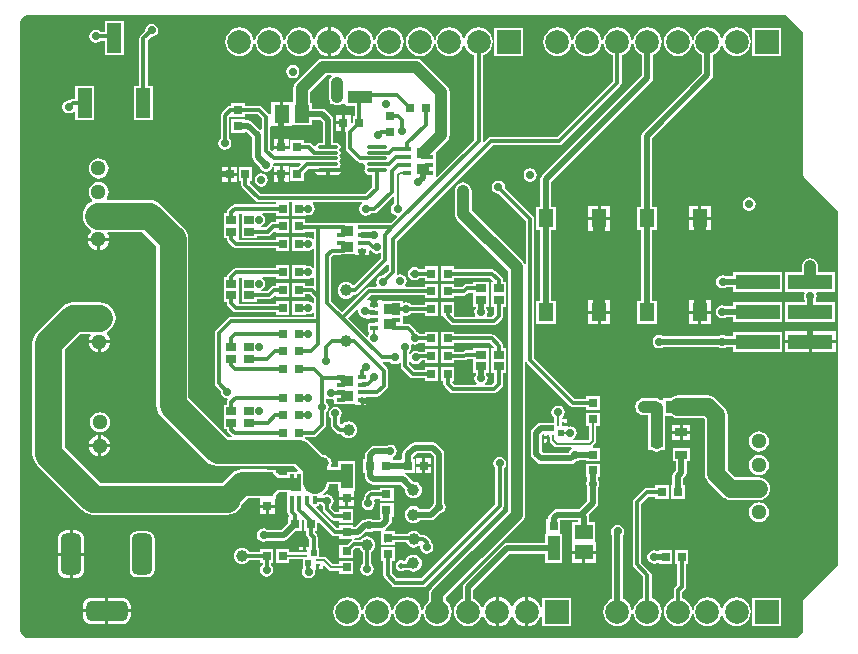
<source format=gtl>
%FSTAX23Y23*%
%MOIN*%
%SFA1B1*%

%IPPOS*%
%AMD47*
4,1,8,0.016700,0.068900,-0.016700,0.068900,-0.033400,0.052200,-0.033400,-0.052200,-0.016700,-0.068900,0.016700,-0.068900,0.033400,-0.052200,0.033400,0.052200,0.016700,0.068900,0.0*
1,1,0.033400,0.016700,0.052200*
1,1,0.033400,-0.016700,0.052200*
1,1,0.033400,-0.016700,-0.052200*
1,1,0.033400,0.016700,-0.052200*
%
%AMD48*
4,1,8,0.068900,-0.016700,0.068900,0.016700,0.052200,0.033400,-0.052200,0.033400,-0.068900,0.016700,-0.068900,-0.016700,-0.052200,-0.033400,0.052200,-0.033400,0.068900,-0.016700,0.0*
1,1,0.033400,0.052200,-0.016700*
1,1,0.033400,0.052200,0.016700*
1,1,0.033400,-0.052200,0.016700*
1,1,0.033400,-0.052200,-0.016700*
%
%ADD10R,0.039400X0.037200*%
%ADD11R,0.039400X0.037300*%
%ADD12R,0.027600X0.011800*%
%ADD13R,0.029500X0.031500*%
%ADD14R,0.015700X0.007900*%
%ADD15R,0.019700X0.019700*%
%ADD16R,0.037200X0.039400*%
%ADD17R,0.037300X0.039400*%
%ADD18R,0.011800X0.027600*%
%ADD19R,0.150000X0.050000*%
%ADD20R,0.051200X0.061000*%
%ADD21O,0.066900X0.011800*%
%ADD22R,0.051200X0.059100*%
%ADD23R,0.031500X0.029500*%
%ADD24R,0.078700X0.043300*%
%ADD25R,0.031500X0.031500*%
%ADD26R,0.035400X0.027600*%
%ADD27C,0.039400*%
%ADD28R,0.040000X0.030000*%
%ADD29R,0.059100X0.051200*%
%ADD30R,0.043300X0.078700*%
%ADD31R,0.031500X0.031500*%
%ADD32R,0.007900X0.015700*%
%ADD33R,0.019700X0.019700*%
%ADD34R,0.047200X0.098400*%
%ADD35C,0.011800*%
%ADD36C,0.019700*%
%ADD37C,0.039400*%
%ADD38C,0.007900*%
%ADD39C,0.008000*%
%ADD40C,0.078700*%
%ADD41C,0.059100*%
%ADD42C,0.010000*%
%ADD43C,0.090600*%
%ADD44C,0.051200*%
%ADD45C,0.078700*%
%ADD46R,0.078700X0.078700*%
G04~CAMADD=47~8~0.0~0.0~669.0~1378.0~167.0~0.0~15~0.0~0.0~0.0~0.0~0~0.0~0.0~0.0~0.0~0~0.0~0.0~0.0~0.0~669.0~1378.0*
%ADD47D47*%
G04~CAMADD=48~8~0.0~0.0~669.0~1378.0~167.0~0.0~15~0.0~0.0~0.0~0.0~0~0.0~0.0~0.0~0.0~0~0.0~0.0~0.0~270.0~1378.0~668.0*
%ADD48D48*%
%ADD49C,0.027600*%
%ADD50C,0.019700*%
%LNvapeixshield-1*%
%LPD*%
G36*
X02042Y05093D02*
X02047D01*
X04567*
X04626Y05034*
Y0456*
X04627Y04555*
X0463Y04551*
X04741Y04439*
Y03261*
X0463Y0315*
X04627Y03146*
X04626Y03141*
Y03042*
X04624Y03036*
X04616Y03026*
X04606Y03018*
X04602Y03016*
X02057*
X02056*
X02052Y03017*
X02049Y03017*
X02044Y03017*
X0204Y03017*
X02037Y03018*
X02035Y03019*
X02031Y0302*
X02023Y03025*
X02018Y03033*
X02016Y03042*
X02016Y03043*
X02016Y03044*
Y03045*
X02016Y03045*
Y0507*
X02016*
X02017Y05078*
X02023Y05086*
X02031Y05091*
X02037Y05093*
X02042Y05093*
X02042*
G37*
%LNvapeixshield-2*%
%LPC*%
G36*
X0236Y05075D02*
X02297D01*
Y05037*
X02284*
X02283Y05039*
X02276Y05043*
X02267Y05045*
X02259Y05043*
X02252Y05039*
X02247Y05032*
X02245Y05023*
X02247Y05015*
X02252Y05007*
X02259Y05003*
X02267Y05001*
X02276Y05003*
X02283Y05007*
X02284Y05009*
X02297*
Y04961*
X0236*
Y05075*
G37*
G36*
X02454Y05065D02*
X02445Y05064D01*
X02438Y05059*
X02433Y05052*
X02432Y05043*
X02432Y05041*
X02417Y05026*
X02413Y05021*
X02412Y05016*
Y04858*
X02395*
Y04744*
X02458*
Y04858*
X0244*
Y0501*
X02452Y05022*
X02454Y05021*
X02462Y05023*
X02469Y05028*
X02474Y05035*
X02476Y05043*
X02474Y05052*
X02469Y05059*
X02462Y05064*
X02454Y05065*
G37*
G36*
X03543Y05053D02*
X03531Y05051D01*
X03519Y05046*
X03509Y05039*
X03502Y05029*
X03497Y05018*
X03496Y05017*
X03493*
X03492Y05018*
X03488Y05029*
X0348Y05039*
X0347Y05046*
X03459Y05051*
X03446Y05053*
X03434Y05051*
X03422Y05046*
X03413Y05039*
X03405Y05029*
X034Y05017*
X034Y05012*
X03395*
X03394Y05017*
X03389Y05029*
X03382Y05039*
X03372Y05046*
X0336Y05051*
X03348Y05053*
X03336Y05051*
X03324Y05046*
X03314Y05039*
X03307Y05029*
X03302Y05017*
X033Y05005*
X03302Y04993*
X03307Y04981*
X03314Y04971*
X03324Y04964*
X03336Y04959*
X03348Y04957*
X0336Y04959*
X03372Y04964*
X03382Y04971*
X03389Y04981*
X03394Y04993*
X03395Y04998*
X034*
X034Y04993*
X03405Y04981*
X03413Y04971*
X03422Y04964*
X03434Y04959*
X03446Y04957*
X03459Y04959*
X0347Y04964*
X0348Y04971*
X03488Y04981*
X03492Y04992*
X03493Y04993*
X03496*
X03497Y04992*
X03502Y04981*
X03509Y04971*
X03519Y04964*
X03529Y0496*
Y04679*
X03405Y04555*
X03404Y04555*
X034Y04557*
Y0456*
Y04607*
Y04637*
X03438Y04675*
X03443Y04681*
X03446Y04688*
X03447Y04695*
Y04837*
X03446Y04844*
X03443Y0485*
X03438Y04856*
X03353Y04941*
X03348Y04946*
X03341Y04949*
X03334Y04949*
X03025*
X03018Y04949*
X03012Y04946*
X03006Y04941*
X02934Y04869*
X02929Y04864*
X02927Y04857*
X02926Y0485*
Y04807*
X02922Y04803*
X02892*
Y04764*
Y04724*
X02922*
Y04726*
X02987*
Y04745*
X03014*
X03023Y04736*
Y04669*
X03014*
X03009Y04668*
X03004Y04665*
X03001Y04661*
X03001Y04657*
X02995Y04655*
X02987Y04664*
X02982Y04667*
X02977Y04668*
X02961*
Y04678*
X02916*
Y04636*
X02911Y04634*
X0291Y04635*
Y04649*
X02885*
X02861*
Y04643*
X02856Y04641*
X02849Y04648*
Y0472*
X02851Y04724*
X02882*
Y04764*
Y04803*
X02851*
Y04765*
X02846Y04764*
X02845Y04765*
X02822Y04788*
X02818Y04791*
X02812Y04792*
X02765*
Y04801*
X02718*
Y04792*
X02715*
X0271Y04791*
X02706Y04788*
X02687Y04769*
X02684Y04765*
X02683Y04759*
Y04683*
X02681Y04682*
X02677Y04675*
X02675Y04666*
X02677Y04658*
X02681Y04651*
X02689Y04646*
X02697Y04644*
X02705Y04646*
X02713Y04651*
X02717Y04658*
X02719Y04666*
X02717Y04675*
X02713Y04682*
X02711Y04683*
Y04754*
X02715Y04757*
X02718Y04755*
X02765*
Y04764*
X02807*
X02821Y0475*
Y04713*
X02816Y04711*
X02789Y04738*
X02783Y04741*
X02776Y04743*
X02765*
Y04747*
X02718*
Y04702*
X02765*
Y04703*
X0277Y04705*
X02788Y04687*
Y04622*
X0279Y04615*
X02794Y04609*
X02814Y04589*
X02815Y04585*
X02819Y04578*
X02826Y04573*
X02835Y04571*
X02843Y04573*
X02851Y04578*
X02855Y04585*
X02856Y04586*
X02861Y04586*
Y0457*
X0288*
Y04591*
X02862*
X02858Y04592*
X02857Y04593*
X02857Y04598*
X0286Y04602*
X02861Y04602*
X02949*
X02951Y04597*
X02942Y04588*
X02916*
Y04541*
X02961*
Y04568*
X02976Y04582*
X02995*
X02996Y04581*
X03042*
X03085*
X03084Y04583*
X03081Y04588*
X03081Y04588*
X03082Y04591*
X03083Y04596*
X03082Y04601*
X03079Y04606*
X03082Y0461*
X03083Y04616*
X03082Y04621*
X03079Y04626*
X03082Y0463*
X03083Y04635*
X03082Y04641*
X03079Y04645*
X03082Y0465*
X03083Y04655*
X03082Y04661*
X03079Y04665*
X03075Y04668*
X03069Y04669*
X03059*
Y04744*
X03058Y04751*
X03054Y04756*
X03034Y04776*
X03028Y0478*
X03021Y04782*
X02987*
Y04801*
X02981*
Y04838*
X03037Y04894*
X03051*
X03053Y04889*
X03048Y04883*
X03045Y04876*
X03045Y04869*
Y0482*
X03045Y04813*
X03048Y04806*
X03049Y04806*
Y04797*
X03058*
X03058Y04796*
X03065Y04793*
X03072Y04793*
X0308Y04793*
X03086Y04796*
X03087Y04797*
X03096*
X031Y04794*
Y04791*
X03131*
Y04759*
X03123*
Y04734*
X03122Y04734*
X03117Y04737*
Y04761*
X03097*
Y04735*
Y04709*
X03101Y04704*
X03101Y04703*
Y0465*
X03102Y04645*
X03105Y0464*
X03139Y04606*
X03144Y04603*
X03149Y04602*
X03158*
X03162Y04597*
X03162Y04596*
X03163Y04591*
X03166Y04586*
X03163Y04582*
X03162Y04576*
X03163Y04571*
X03166Y04566*
X0317Y04563*
X03176Y04562*
X03189*
Y04521*
X03166Y04498*
X02816*
X0278Y04534*
Y0454*
X02788*
Y04587*
X02743*
Y0454*
X02752*
Y04528*
X02753Y04523*
X02756Y04519*
X02801Y04474*
X02805Y04471*
X02811Y0447*
X02867*
Y04463*
X02731*
X02726Y04462*
X02721Y04459*
X02709Y04447*
X02706Y04442*
X02705Y04437*
Y04433*
X02694*
Y0439*
Y04351*
X02705*
Y04348*
X02706Y04343*
X02709Y04338*
X02726Y04321*
X02731Y04318*
X02736Y04317*
X02867*
Y04307*
X02912*
Y04354*
X02867*
Y04345*
X02746*
X02745Y04346*
X02745Y04351*
Y0439*
Y04432*
X02749Y04434*
X02753Y04432*
Y0439*
Y04351*
X02804*
Y04358*
X02841*
X02846Y04359*
X02851Y04362*
X02862Y04373*
X02867Y04371*
Y04366*
X02912*
Y04414*
X02867*
Y04404*
X02859*
X02853Y04403*
X02849Y044*
X02835Y04386*
X0282*
X02818Y04391*
X02818Y04391*
X02825Y04396*
X0283Y04403*
X02832Y04412*
X0283Y0442*
X02825Y04427*
X02821Y0443*
X02823Y04435*
X02867*
Y04425*
X02912*
Y0447*
X0292*
Y04425*
X02965*
X0297Y04428*
X02975Y04427*
X02983Y04429*
X0299Y04433*
X02995Y04441*
X02997Y04449*
X02995Y04457*
X0299Y04465*
X0299Y04465*
X02991Y0447*
X03153*
X03155Y04465*
X03152Y04463*
X03147Y04456*
X03145Y04447*
X03147Y04439*
X03152Y04432*
X03159Y04427*
X03167Y04425*
X03176Y04427*
X03183Y04432*
X03184Y04433*
X03195*
X032Y04434*
X03205Y04437*
X03256Y04489*
X03261Y04487*
Y04465*
X03257Y04463*
X03252Y04456*
X03251Y04447*
X03252Y04439*
X03257Y04432*
X03264Y04427*
X03269Y04426*
X03271Y0442*
X03252Y04402*
X03157*
X03152Y04401*
X0315Y044*
X03137*
X03134*
X03132Y044*
X03104*
Y044*
X03093*
X03091Y044*
X02965*
Y04414*
X0292*
Y04366*
X02965*
Y04372*
X02995*
Y04348*
X0299Y04346*
X0299Y04346*
X02983Y04351*
X02975Y04353*
X0297Y04352*
X02965Y04354*
X0292*
Y04307*
X02965*
X0297Y0431*
X02975Y04309*
X02983Y0431*
X0299Y04315*
X0299Y04315*
X02995Y04314*
Y04253*
X0299Y04252*
X0299Y04252*
X02983Y04257*
X02975Y04258*
X0297Y04258*
X02965Y0426*
X0292*
Y04213*
X02965*
X0297Y04215*
X02975Y04214*
X02983Y04216*
X0299Y04221*
X0299Y04221*
X02995Y04219*
Y04194*
X0299Y04191*
X02987Y04191*
X02965*
Y04201*
X0292*
Y04154*
X02965*
Y04163*
X02981*
X02995Y04149*
Y04135*
X0299Y04134*
X0299Y04134*
X02983Y04139*
X02975Y0414*
X0297Y0414*
X02965Y04142*
X0292*
Y04095*
X02965*
X0297Y04097*
X02975Y04096*
X02983Y04098*
X0299Y04103*
X0299Y04103*
X02995Y04101*
Y04088*
X02717*
X02712Y04087*
X02707Y04084*
X02667Y04044*
X02664Y04039*
X02663Y04034*
Y03867*
X02664Y03862*
X02667Y03857*
X02683Y03841*
X02683Y03839*
X02685Y03831*
X0269Y03823*
X02697Y03819*
X02705Y03817*
X02708Y03812*
X02706Y0381*
X02705Y03804*
Y03795*
X02694*
Y03752*
Y03713*
X02705*
Y03711*
X02706Y03706*
X02709Y03701*
X0272Y03691*
X0272Y03691*
X02719Y03686*
X02707*
X02576Y03817*
Y04346*
X02574Y0436*
X02569Y04373*
X02561Y04384*
X02481Y04463*
X0247Y04472*
X02457Y04477*
X02443Y04479*
X02306*
X02303Y04484*
X02306Y04487*
X02309Y04495*
X0231Y04504*
X02309Y04513*
X02306Y04521*
X023Y04528*
X02293Y04533*
X02285Y04536*
X02276Y04538*
X02268Y04536*
X0226Y04533*
X02253Y04528*
X02247Y04521*
X02244Y04513*
X02243Y04504*
X02244Y04495*
X02247Y04487*
X02253Y0448*
X02255Y04478*
X02254Y04473*
X0225Y04472*
X02238Y04463*
X0223Y04452*
X02225Y04439*
X02223Y04425*
X02225Y04411*
X0223Y04398*
X02238Y04387*
X0225Y04379*
X02252Y04378*
X02252Y04373*
X02251Y04372*
X02245Y04364*
X02242Y04356*
X02241Y04351*
X02276*
X02312*
X02311Y04356*
X02307Y04364*
X02305Y04367*
X02308Y04372*
X02421*
X02469Y04324*
Y03794*
X02471Y0378*
X02476Y03768*
X02485Y03756*
X02635Y03606*
X02646Y03598*
X02659Y03593*
X02673Y03591*
X02674Y03591*
X02679Y0359*
X02927*
X0294Y03577*
X02939Y03572*
X02906*
Y0356*
X02877*
X02873Y03566*
X02868Y03569*
Y03579*
X02842*
X02839Y0358*
X02755*
X02742Y03578*
X02731Y03573*
X02721Y03566*
X02691Y03535*
X02282*
X02163Y03654*
Y03979*
X02214Y0403*
X02248*
X0225Y04026*
X02248Y04023*
X02245Y04014*
X02244Y0401*
X02279*
X02315*
X02314Y04014*
X02311Y04023*
X02305Y0403*
X02303Y04031*
X02304Y04036*
X02306Y04037*
X02317Y04046*
X02326Y04057*
X02331Y0407*
X02333Y04084*
X02331Y04098*
X02326Y0411*
X02317Y04122*
X02306Y0413*
X02293Y04135*
X02279Y04137*
X02192*
X02178Y04135*
X0217Y04132*
X02165Y0413*
X02154Y04122*
X02071Y04039*
X02063Y04028*
X02057Y04015*
X02055Y04001*
Y03632*
X02057Y03618*
X02063Y03605*
X02071Y03594*
X02221Y03444*
X02233Y03435*
X02238Y03433*
X02245Y0343*
X02259Y03428*
X02705*
X02719Y0343*
X02732Y03435*
X02743Y03444*
X02751Y03455*
X02755Y03465*
X02774Y03484*
X02809*
X02813Y03483*
Y03479*
Y03462*
X02839*
X02865*
Y03482*
X02868Y03485*
Y03486*
Y03495*
X02873Y03498*
X02877Y03504*
X02905*
X02906Y035*
Y03479*
X02906Y03478*
Y03438*
X02907Y03432*
X0291Y03428*
X02912Y03426*
X0291Y03421*
X02907*
Y034*
X02886Y03379*
X02839*
X02835Y03381*
X02827Y03383*
X02818Y03381*
X02811Y03376*
X02806Y03369*
X02805Y0336*
X02806Y03352*
X02811Y03345*
X02818Y0334*
X02827Y03338*
X02835Y0334*
X02839Y03342*
X02893*
X029Y03344*
X02906Y03348*
X02932Y03373*
X02953*
Y03411*
X02957Y03413*
X0296Y0341*
Y03373*
X02969*
Y03362*
X0297Y03357*
X02973Y03352*
X02979Y03347*
Y03322*
X02969*
Y03308*
X02959*
Y03322*
X02946*
Y03304*
X02912*
Y03315*
X02867*
Y03268*
X02912*
Y0328*
X02959*
Y03251*
X02956Y03247*
X02955Y03239*
X02956Y0323*
X02961Y03223*
X02968Y03218*
X02977Y03217*
X02985Y03218*
X02992Y03223*
X02997Y0323*
X02999Y03239*
X02998Y03242*
X03001Y03246*
X03002*
Y0326*
X03012*
Y03246*
X03025*
Y03256*
X0303Y03258*
X03044Y03244*
X03047Y03242*
X03052Y03241*
X03079*
Y0323*
X03126*
Y03275*
X03079*
Y03265*
X03057*
X03037Y03285*
X03033Y03287*
X03029Y03288*
X0301*
Y03318*
X03007*
Y03353*
X03006Y03358*
X03003Y03363*
X02997Y03368*
Y03373*
X03006*
Y03402*
X0301Y03404*
X03054Y0336*
X03058Y03357*
X03064Y03356*
X03079*
Y03348*
X0312*
X03121Y03346*
X03121Y03343*
X03117Y0334*
X03105Y03329*
X03079*
Y03283*
X03126*
Y0331*
X03133Y03316*
X03147*
X03147Y03314*
X03152Y03308*
X03157Y03304*
Y03264*
X03156Y03263*
X03151Y03255*
X03149Y03247*
X03151Y03238*
X03156Y03231*
X03163Y03227*
X03171Y03225*
X0318Y03227*
X03187Y03231*
X03192Y03238*
X03194Y03247*
X03192Y03255*
X03187Y03263*
X03186Y03264*
Y03304*
X03191Y03308*
X03196Y03314*
X03198Y03321*
X03199Y03328*
X03198Y03335*
X03196Y03342*
X03191Y03348*
X03185Y03352*
X03179Y03355*
X03171Y03356*
X03164Y03355*
X03158Y03352*
X03152Y03348*
X03149Y03344*
X0313*
X03127Y03348*
X0313Y03352*
X03141*
X03148Y03354*
X03154Y03358*
X03169Y03373*
X0317Y03372*
X03178Y03371*
X03187Y03372*
X0319Y03375*
X03212*
X03217Y03373*
Y0337*
Y03328*
X03228*
X03233Y03327*
X03237Y03328*
X03264*
Y03336*
X03301*
X03303Y03333*
X03307Y03328*
X03313Y03323*
X03319Y0332*
X03327Y03319*
X03334Y0332*
X03341Y03323*
X03344Y03326*
X03349Y03323*
X03348Y0332*
X0335Y03311*
X03355Y03304*
X03362Y033*
X0337Y03298*
X03379Y033*
X03386Y03304*
X03391Y03311*
X03392Y0332*
X03391Y03328*
X03386Y03336*
X03384Y03337*
X03383Y03342*
X0338Y03346*
X03369Y03357*
X03364Y0336*
X03359Y03361*
X03351*
X03346Y03367*
X03341Y03371*
X03334Y03374*
X03327Y03375*
X03319Y03374*
X03313Y03371*
X03307Y03367*
X03305Y03365*
X03264*
Y03373*
X03232*
X0323Y03378*
X03233Y0338*
X03249Y03396*
X03253Y03402*
X03254Y03409*
Y03421*
X0326*
Y03466*
X03213*
Y03421*
X03216*
X03217Y03416*
X03213Y03411*
X0319*
X03187Y03413*
X03178Y03415*
X0317Y03413*
X03166Y03411*
X03163*
X03156Y0341*
X03151Y03406*
X03133Y03388*
X03126*
Y03393*
X03079*
Y03384*
X0307*
X03002Y03452*
X03004Y03456*
X0301*
Y03464*
X03018*
X03022Y03458*
X03024Y03457*
Y03446*
X03025Y0344*
X03028Y03436*
X0305Y03414*
X03054Y03411*
X0306Y03409*
X03079*
Y03401*
X03126*
Y03446*
X03079*
Y03438*
X03066*
X03052Y03451*
Y03457*
X03053Y03458*
X03058Y03466*
X0306Y03474*
X03058Y03482*
X03053Y0349*
X03046Y03494*
X03038Y03496*
X03029Y03494*
X03027Y03493*
X03024Y03493*
X03024Y03495*
X03024Y03499*
X03032Y03505*
X0304Y03515*
X03045Y03527*
X03045Y03531*
X03073*
Y03512*
X03077Y03509*
Y03507*
Y03489*
X03103*
X03128*
Y03509*
X03132Y03512*
Y03513*
Y03606*
X03073*
Y03587*
X03055*
X03052Y03591*
X03052Y03593*
X03053Y036*
X03052Y03607*
X0305Y03614*
X03045Y03619*
X03039Y03624*
X03033Y03627*
X03025Y03628*
X03025Y03627*
X0298Y03672*
X02971Y03679*
X02965Y03681*
Y03687*
X02993*
X02998Y03688*
X03003Y03691*
X03031Y0372*
X03034Y03724*
X03035Y03729*
Y0377*
X03037Y03771*
X03042Y03778*
X03044Y03786*
X03042Y03795*
X03037Y03802*
X03035Y03803*
Y03813*
X0304Y03815*
X03041Y03815*
X0305Y03813*
X03056Y03814*
X03061Y03811*
Y03797*
X03077*
X03131*
Y03795*
X0315*
Y03811*
X03155*
Y03816*
X03179*
Y03822*
X03205*
X0321Y03823*
X03215Y03826*
X03237Y03848*
X0324Y03853*
X03241Y03858*
Y03909*
X0324Y03914*
X03237Y03919*
X03223Y03933*
X03225Y03938*
X03248*
X03249Y03937*
X03256Y03932*
X03265Y0393*
X03273Y03932*
X03278Y03935*
X03283Y03933*
Y03924*
X03284Y03919*
X03287Y03914*
X03314Y03888*
X03318Y03885*
X03324Y03883*
X03364*
Y03874*
X03409*
Y03921*
X03364*
Y03912*
X0333*
X03311Y0393*
Y03938*
X03316Y0394*
X03318Y03937*
X03325Y03932*
X03334Y0393*
X03342Y03932*
X03349Y03937*
X03353Y03943*
X03364*
Y03933*
X03409*
Y0398*
X03364*
Y03971*
X03346*
X03342Y03973*
X03334Y03975*
X03325Y03973*
X03318Y03968*
X03316Y03965*
X03311Y03967*
Y03972*
X03313Y03973*
X03318Y03981*
X03319Y03989*
X03319Y03993*
X03319Y03994*
X03323Y03997*
X0333Y03995*
X03338Y03997*
X03345Y04002*
X03364*
Y03992*
X03409*
Y04039*
X03364*
Y0403*
X03347*
X03345Y04033*
X03338Y04038*
X03336Y04038*
X03335Y04043*
Y04043*
X03334Y04043*
X03333Y04045*
X03332Y04047*
Y04048*
X03331*
X03319Y0406*
X03314Y04063*
X03309Y04064*
X0329*
Y0409*
X03295Y04093*
X03301Y04092*
X0331Y04094*
X03317Y04098*
X03318Y041*
X03364*
Y0409*
X03409*
Y04138*
X03364*
Y04128*
X03318*
X03317Y0413*
X0331Y04134*
X03301Y04136*
X03295Y04135*
X0329Y04138*
Y04141*
X03274*
X0322*
Y04143*
X03201*
Y04127*
X03191*
Y04143*
X03177*
X03174*
X03171Y04148*
X03185Y04161*
X03364*
Y0415*
X03409*
Y04197*
X03364*
Y04189*
X03301*
X03298Y04194*
X03301Y042*
X03303Y04208*
X03301Y04216*
X03297Y04224*
X03289Y04228*
X03281Y0423*
X03274Y04229*
X03273Y04229*
X03271Y04231*
X0327Y04233*
X03271Y04236*
Y0434*
X03591Y0466*
X03812*
X03818Y04661*
X03822Y04664*
X04016Y04859*
X04019Y04863*
X0402Y04868*
Y0496*
X0403Y04964*
X0404Y04971*
X04048Y04981*
X04052Y04993*
X04054Y05001*
X04054Y05004*
X04059*
X04059Y05001*
X0406Y04993*
X04065Y04981*
X04073Y04971*
X04082Y04964*
X04088Y04961*
Y04893*
X03755Y04559*
X03751Y04553*
X03749Y04546*
Y04454*
X03734*
Y04378*
X03749*
Y04141*
X03734*
Y04065*
X03801*
Y04141*
X03786*
Y04378*
X03801*
Y04454*
X03786*
Y04539*
X04119Y04872*
X04123Y04878*
X04124Y04885*
Y04961*
X0413Y04964*
X0414Y04971*
X04148Y04981*
X04152Y04993*
X04154Y05005*
X04152Y05017*
X04148Y05029*
X0414Y05039*
X0413Y05046*
X04119Y05051*
X04106Y05053*
X04094Y05051*
X04082Y05046*
X04073Y05039*
X04065Y05029*
X0406Y05017*
X04059Y05009*
X04059Y05006*
X04054*
X04054Y05009*
X04052Y05017*
X04048Y05029*
X0404Y05039*
X0403Y05046*
X04019Y05051*
X04006Y05053*
X03994Y05051*
X03982Y05046*
X03973Y05039*
X03965Y05029*
X0396Y05017*
X03959Y05009*
X03959Y05006*
X03954*
X03954Y05009*
X03952Y05017*
X03948Y05029*
X0394Y05039*
X0393Y05046*
X03919Y05051*
X03906Y05053*
X03894Y05051*
X03882Y05046*
X03873Y05039*
X03865Y05029*
X0386Y05017*
X03859Y05009*
X03859Y05006*
X03854*
X03854Y05009*
X03852Y05017*
X03848Y05029*
X0384Y05039*
X0383Y05046*
X03819Y05051*
X03806Y05053*
X03794Y05051*
X03782Y05046*
X03773Y05039*
X03765Y05029*
X0376Y05017*
X03759Y05005*
X0376Y04993*
X03765Y04981*
X03773Y04971*
X03782Y04964*
X03794Y04959*
X03806Y04957*
X03819Y04959*
X0383Y04964*
X0384Y04971*
X03848Y04981*
X03852Y04993*
X03854Y05001*
X03854Y05004*
X03859*
X03859Y05001*
X0386Y04993*
X03865Y04981*
X03873Y04971*
X03882Y04964*
X03894Y04959*
X03906Y04957*
X03919Y04959*
X0393Y04964*
X0394Y04971*
X03948Y04981*
X03952Y04993*
X03954Y05001*
X03954Y05004*
X03959*
X03959Y05001*
X0396Y04993*
X03965Y04981*
X03973Y04971*
X03982Y04964*
X03992Y0496*
Y04874*
X03806Y04688*
X03585*
X0358Y04687*
X03575Y04684*
X03562Y04671*
X03558Y04673*
X03557Y04673*
Y0496*
X03567Y04964*
X03577Y04971*
X03584Y04981*
X03589Y04993*
X03591Y05005*
X03589Y05017*
X03584Y05029*
X03577Y05039*
X03567Y05046*
X03556Y05051*
X03543Y05053*
G37*
G36*
X04403D02*
X04391Y05051D01*
X04379Y05046*
X04369Y05039*
X04362Y05029*
X04357Y05018*
X04356Y05017*
X04353*
X04352Y05018*
X04348Y05029*
X0434Y05039*
X0433Y05046*
X04319Y05051*
X04306Y05053*
X04294Y05051*
X04282Y05046*
X04273Y05039*
X04265Y05029*
X0426Y05017*
X0426Y05012*
X04255*
X04254Y05017*
X04249Y05029*
X04242Y05039*
X04232Y05046*
X0422Y05051*
X04208Y05053*
X04196Y05051*
X04184Y05046*
X04174Y05039*
X04167Y05029*
X04162Y05017*
X0416Y05005*
X04162Y04993*
X04167Y04981*
X04174Y04971*
X04184Y04964*
X04196Y04959*
X04208Y04957*
X0422Y04959*
X04232Y04964*
X04242Y04971*
X04249Y04981*
X04254Y04993*
X04255Y04998*
X0426*
X0426Y04993*
X04265Y04981*
X04273Y04971*
X04282Y04964*
X04288Y04961*
Y049*
X04091Y04703*
X04087Y04697*
X04086Y0469*
Y04454*
X04071*
Y04378*
X04086*
Y04141*
X04071*
Y04065*
X04137*
Y04141*
X04122*
Y04378*
X04137*
Y04454*
X04122*
Y04683*
X04319Y0488*
X04323Y04886*
X04324Y04893*
Y04961*
X0433Y04964*
X0434Y04971*
X04348Y04981*
X04352Y04992*
X04353Y04993*
X04356*
X04357Y04992*
X04362Y04981*
X04369Y04971*
X04379Y04964*
X04391Y04959*
X04403Y04957*
X04416Y04959*
X04427Y04964*
X04437Y04971*
X04444Y04981*
X04449Y04993*
X04451Y05005*
X04449Y05017*
X04444Y05029*
X04437Y05039*
X04427Y05046*
X04416Y05051*
X04403Y05053*
G37*
G36*
X03041Y05054D02*
X03033Y05053D01*
X03021Y05048*
X03011Y0504*
X03003Y0503*
X02998Y05018*
X02998Y05015*
X02993*
X02992Y05017*
X02988Y05029*
X0298Y05039*
X0297Y05046*
X02959Y05051*
X02946Y05053*
X02934Y05051*
X02922Y05046*
X02913Y05039*
X02905Y05029*
X029Y05017*
X02899Y05009*
X02899Y05006*
X02894*
X02894Y05009*
X02892Y05017*
X02888Y05029*
X0288Y05039*
X0287Y05046*
X02859Y05051*
X02846Y05053*
X02834Y05051*
X02822Y05046*
X02813Y05039*
X02805Y05029*
X028Y05017*
X02799Y05009*
X02799Y05006*
X02794*
X02794Y05009*
X02792Y05017*
X02788Y05029*
X0278Y05039*
X0277Y05046*
X02759Y05051*
X02746Y05053*
X02734Y05051*
X02722Y05046*
X02713Y05039*
X02705Y05029*
X027Y05017*
X02699Y05005*
X027Y04993*
X02705Y04981*
X02713Y04971*
X02722Y04964*
X02734Y04959*
X02746Y04957*
X02759Y04959*
X0277Y04964*
X0278Y04971*
X02788Y04981*
X02792Y04993*
X02794Y05002*
X02794Y05004*
X02799*
X02799Y05002*
X028Y04993*
X02805Y04981*
X02813Y04971*
X02822Y04964*
X02834Y04959*
X02846Y04957*
X02859Y04959*
X0287Y04964*
X0288Y04971*
X02888Y04981*
X02892Y04993*
X02894Y05002*
X02894Y05004*
X02899*
X02899Y05002*
X029Y04993*
X02905Y04981*
X02913Y04971*
X02922Y04964*
X02934Y04959*
X02946Y04957*
X02959Y04959*
X0297Y04964*
X0298Y04971*
X02988Y04981*
X02992Y04993*
X02993Y04996*
X02998*
X02998Y04992*
X03003Y0498*
X03011Y0497*
X03021Y04962*
X03033Y04957*
X03041Y04956*
Y05005*
Y05054*
G37*
G36*
X0369Y05052D02*
X03596D01*
Y04958*
X0369*
Y05052*
G37*
G36*
X0455Y05052D02*
X04456D01*
Y04958*
X0455*
Y05052*
G37*
G36*
X03051Y05054D02*
Y05005D01*
Y04956*
X03059Y04957*
X03071Y04962*
X03082Y0497*
X03089Y0498*
X03094Y04992*
X03095Y04996*
X031*
X031Y04993*
X03105Y04981*
X03113Y04971*
X03122Y04964*
X03134Y04959*
X03146Y04957*
X03159Y04959*
X0317Y04964*
X0318Y04971*
X03188Y04981*
X03192Y04993*
X03194Y05002*
X03194Y05004*
X03199*
X03199Y05002*
X032Y04993*
X03205Y04981*
X03213Y04971*
X03222Y04964*
X03234Y04959*
X03246Y04957*
X03259Y04959*
X0327Y04964*
X0328Y04971*
X03288Y04981*
X03292Y04993*
X03294Y05005*
X03292Y05017*
X03288Y05029*
X0328Y05039*
X0327Y05046*
X03259Y05051*
X03246Y05053*
X03234Y05051*
X03222Y05046*
X03213Y05039*
X03205Y05029*
X032Y05017*
X03199Y05009*
X03199Y05006*
X03194*
X03194Y05009*
X03192Y05017*
X03188Y05029*
X0318Y05039*
X0317Y05046*
X03159Y05051*
X03146Y05053*
X03134Y05051*
X03122Y05046*
X03113Y05039*
X03105Y05029*
X031Y05017*
X031Y05015*
X03095*
X03094Y05018*
X03089Y0503*
X03082Y0504*
X03071Y05048*
X03059Y05053*
X03051Y05054*
G37*
G36*
X02924Y04928D02*
X02916Y04926D01*
X02909Y04921*
X02904Y04914*
X02902Y04905*
X02904Y04897*
X02909Y0489*
X02916Y04885*
X02924Y04883*
X02933Y04885*
X0294Y0489*
X02945Y04897*
X02946Y04905*
X02945Y04914*
X0294Y04921*
X02933Y04926*
X02924Y04928*
G37*
G36*
X02261Y04858D02*
X02198D01*
Y04815*
X02191*
X02186Y04814*
X02181Y04811*
X0218Y0481*
X02178Y0481*
X0217Y04808*
X02162Y04803*
X02158Y04796*
X02156Y04788*
X02158Y04779*
X02162Y04772*
X0217Y04767*
X02178Y04766*
X02186Y04767*
X02193Y04772*
X02198Y04771*
Y04744*
X02261*
Y04858*
G37*
G36*
X03087Y04761D02*
X03067D01*
Y0474*
X03087*
Y04761*
G37*
G36*
Y0473D02*
X03067D01*
Y04709*
X03087*
Y0473*
G37*
G36*
X0291Y0468D02*
X0289D01*
Y04659*
X0291*
Y0468*
G37*
G36*
X0288D02*
X02861D01*
Y04659*
X0288*
Y0468*
G37*
G36*
X0291Y04591D02*
X0289D01*
Y0457*
X0291*
Y04591*
G37*
G36*
X02737Y04589D02*
X02718D01*
Y04568*
X02737*
Y04589*
G37*
G36*
X02708D02*
X02688D01*
Y04568*
X02708*
Y04589*
G37*
G36*
X03085Y04571D02*
X03047D01*
Y0456*
X03069*
X03076Y04561*
X03081Y04565*
X03084Y0457*
X03085Y04571*
G37*
G36*
X03037D02*
X02999D01*
X02999Y0457*
X03003Y04565*
X03008Y04561*
X03014Y0456*
X03037*
Y04571*
G37*
G36*
X02276Y04616D02*
X02268Y04615D01*
X0226Y04612*
X02253Y04606*
X02247Y04599*
X02244Y04591*
X02243Y04583*
X02244Y04574*
X02247Y04566*
X02253Y04559*
X0226Y04553*
X02268Y0455*
X02276Y04549*
X02285Y0455*
X02293Y04553*
X023Y04559*
X02306Y04566*
X02309Y04574*
X0231Y04583*
X02309Y04591*
X02306Y04599*
X023Y04606*
X02293Y04612*
X02285Y04615*
X02276Y04616*
G37*
G36*
X0291Y0456D02*
X0289D01*
Y04539*
X0291*
Y0456*
G37*
G36*
X0288D02*
X02861D01*
Y04539*
X0288*
Y0456*
G37*
G36*
X03715Y04583D02*
X03706Y04581D01*
X03699Y04576*
X03694Y04569*
X03693Y04561*
X03694Y04552*
X03699Y04545*
X03706Y0454*
X03715Y04539*
X03723Y0454*
X0373Y04545*
X03735Y04552*
X03737Y04561*
X03735Y04569*
X0373Y04576*
X03723Y04581*
X03715Y04583*
G37*
G36*
X02737Y04558D02*
X02718D01*
Y04538*
X02737*
Y04558*
G37*
G36*
X02708D02*
X02688D01*
Y04538*
X02708*
Y04558*
G37*
G36*
X02819Y04567D02*
X0281Y04565D01*
X02803Y0456*
X02798Y04553*
X02797Y04545*
X02798Y04536*
X02803Y04529*
X0281Y04524*
X02819Y04522*
X02827Y04524*
X02834Y04529*
X02839Y04536*
X02841Y04545*
X02839Y04553*
X02834Y0456*
X02827Y04565*
X02819Y04567*
G37*
G36*
X04445Y04486D02*
X04436Y04484D01*
X04429Y04479*
X04424Y04472*
X04423Y04463*
X04424Y04455*
X04429Y04448*
X04436Y04443*
X04445Y04441*
X04453Y04443*
X0446Y04448*
X04465Y04455*
X04467Y04463*
X04465Y04472*
X0446Y04479*
X04453Y04484*
X04445Y04486*
G37*
G36*
X04317Y04457D02*
X04286D01*
Y04421*
X04317*
Y04457*
G37*
G36*
X04276D02*
X04246D01*
Y04421*
X04276*
Y04457*
G37*
G36*
X0398D02*
X0395D01*
Y04421*
X0398*
Y04457*
G37*
G36*
X0394D02*
X03909D01*
Y04421*
X0394*
Y04457*
G37*
G36*
X04317Y04411D02*
X04286D01*
Y04376*
X04317*
Y04411*
G37*
G36*
X04276D02*
X04246D01*
Y04376*
X04276*
Y04411*
G37*
G36*
X0398D02*
X0395D01*
Y04375*
X0398*
Y04411*
G37*
G36*
X0394D02*
X03909D01*
Y04375*
X0394*
Y04411*
G37*
G36*
X02312Y04341D02*
X02281D01*
Y04311*
X02286Y04312*
X02294Y04315*
X02302Y04321*
X02307Y04328*
X02311Y04337*
X02312Y04341*
G37*
G36*
X02271D02*
X02241D01*
X02242Y04337*
X02245Y04328*
X02251Y04321*
X02258Y04315*
X02267Y04312*
X02271Y04311*
Y04341*
G37*
G36*
X03609Y04542D02*
X03601Y04541D01*
X03594Y04536*
X03589Y04529*
X03587Y0452*
X03589Y04512*
X03594Y04505*
X03601Y045*
X03609Y04498*
X03611Y04499*
X03701Y04409*
Y04264*
X03696Y04263*
X03694Y04266*
X0369Y04272*
X0352Y04443*
Y04508*
X03519Y04515*
X03516Y04522*
X03511Y04528*
X03506Y04532*
X03499Y04535*
X03492Y04536*
X03485Y04535*
X03478Y04532*
X03472Y04528*
X03468Y04522*
X03465Y04515*
X03464Y04508*
Y04431*
X03465Y04424*
X03468Y04417*
X03472Y04411*
X03642Y04241*
Y03441*
X03387Y03185*
X03382Y03179*
X03379Y03173*
X03379Y03165*
Y03143*
X03373Y03139*
X03365Y03129*
X0336Y03117*
X03359Y03109*
X03359Y03106*
X03354*
X03354Y03109*
X03352Y03117*
X03348Y03129*
X0334Y03139*
X0333Y03146*
X03319Y03151*
X03306Y03153*
X03294Y03151*
X03282Y03146*
X03273Y03139*
X03265Y03129*
X0326Y03117*
X03259Y03109*
X03259Y03106*
X03254*
X03254Y03109*
X03252Y03117*
X03248Y03129*
X0324Y03139*
X0323Y03146*
X03219Y03151*
X03206Y03153*
X03194Y03151*
X03182Y03146*
X03173Y03139*
X03165Y03129*
X0316Y03117*
X03159Y03109*
X03159Y03106*
X03154*
X03154Y03109*
X03152Y03117*
X03148Y03129*
X0314Y03139*
X0313Y03146*
X03119Y03151*
X03106Y03153*
X03094Y03151*
X03082Y03146*
X03073Y03139*
X03065Y03129*
X0306Y03117*
X03059Y03105*
X0306Y03093*
X03065Y03081*
X03073Y03071*
X03082Y03064*
X03094Y03059*
X03106Y03057*
X03119Y03059*
X0313Y03064*
X0314Y03071*
X03148Y03081*
X03152Y03093*
X03154Y03101*
X03154Y03104*
X03159*
X03159Y03101*
X0316Y03093*
X03165Y03081*
X03173Y03071*
X03182Y03064*
X03194Y03059*
X03206Y03057*
X03219Y03059*
X0323Y03064*
X0324Y03071*
X03248Y03081*
X03252Y03093*
X03254Y03101*
X03254Y03104*
X03259*
X03259Y03101*
X0326Y03093*
X03265Y03081*
X03273Y03071*
X03282Y03064*
X03294Y03059*
X03306Y03057*
X03319Y03059*
X0333Y03064*
X0334Y03071*
X03348Y03081*
X03352Y03093*
X03354Y03101*
X03354Y03104*
X03359*
X03359Y03101*
X0336Y03093*
X03365Y03081*
X03373Y03071*
X03382Y03064*
X03394Y03059*
X03406Y03057*
X03419Y03059*
X0343Y03064*
X0344Y03071*
X03448Y03081*
X03452Y03093*
X03454Y03105*
X03452Y03117*
X03448Y03129*
X0344Y03139*
X03434Y03143*
Y03154*
X0369Y0341*
X03694Y03415*
X03697Y03422*
X03698Y03429*
Y03936*
X03703Y03937*
X03705Y03934*
X03849Y0379*
X03854Y03787*
X03859Y03786*
X039*
Y03777*
X03947*
Y03823*
X039*
Y03814*
X03865*
X03729Y0395*
Y04415*
X03728Y0442*
X03725Y04425*
X03631Y04518*
X03632Y0452*
X0363Y04529*
X03625Y04536*
X03618Y04541*
X03609Y04542*
G37*
G36*
X03409Y04256D02*
X03364D01*
Y04246*
X03346*
X03345Y04248*
X03338Y04253*
X0333Y04254*
X03321Y04253*
X03314Y04248*
X03309Y04241*
X03308Y04232*
X03309Y04224*
X03314Y04217*
X03321Y04212*
X0333Y0421*
X03338Y04212*
X03345Y04217*
X03346Y04218*
X03364*
Y04209*
X03409*
Y04256*
G37*
G36*
X04556Y04238D02*
X04391D01*
Y04223*
X04369*
X04365Y04225*
X04357Y04227*
X04348Y04225*
X04341Y04221*
X04336Y04213*
X04335Y04205*
X04336Y04197*
X04341Y04189*
X04348Y04185*
X04357Y04183*
X04365Y04185*
X04369Y04187*
X04391*
Y04172*
X04556*
Y04238*
G37*
G36*
X02912Y0426D02*
X02867D01*
Y0425*
X02734*
X02728Y04249*
X02724Y04246*
X02709Y04232*
X02706Y04228*
X02705Y04222*
Y04221*
X02694*
Y04177*
Y04138*
X02705*
Y04133*
X02706Y04128*
X02709Y04123*
X02724Y04108*
X02729Y04105*
X02734Y04104*
X02867*
Y04095*
X02912*
Y04142*
X02867*
Y04132*
X02744*
X02743Y04133*
X02745Y04138*
Y04177*
Y04219*
X02749Y04221*
X02753Y04219*
Y04177*
Y04138*
X02804*
Y04146*
X02843*
X02849Y04147*
X02853Y0415*
X02862Y04158*
X02867Y04156*
Y04154*
X02912*
Y04201*
X02867*
Y04191*
X02861*
X02856Y0419*
X02851Y04187*
X02838Y04174*
X0282*
X02818Y04178*
X02818Y04179*
X02825Y04183*
X0283Y04191*
X02832Y04199*
X0283Y04207*
X02825Y04215*
X02821Y04217*
X02823Y04222*
X02867*
Y04213*
X02912*
Y0426*
G37*
G36*
X04556Y04138D02*
X04391D01*
Y04123*
X04368*
X04365Y04125*
X04356Y04127*
X04348Y04125*
X04341Y04121*
X04336Y04113*
X04334Y04105*
X04336Y04097*
X04341Y04089*
X04348Y04085*
X04356Y04083*
X04365Y04085*
X04368Y04087*
X04391*
Y04072*
X04556*
Y04138*
G37*
G36*
X04317Y04144D02*
X04286D01*
Y04108*
X04317*
Y04144*
G37*
G36*
X04276D02*
X04246D01*
Y04108*
X04276*
Y04144*
G37*
G36*
X0398D02*
X0395D01*
Y04108*
X0398*
Y04144*
G37*
G36*
X0394D02*
X03909D01*
Y04108*
X0394*
Y04144*
G37*
G36*
X03462Y04256D02*
X03417D01*
Y04209*
X03462*
Y04218*
X03582*
X03591Y04209*
X03589Y04205*
X03584*
Y04161*
Y04122*
X03596*
Y04097*
X03587Y04088*
X03572*
X0357Y04093*
X03571Y04096*
X03573Y04104*
X03571Y04113*
X03569Y04116*
Y04122*
X03577*
Y04161*
Y04205*
X03525*
Y04197*
X03503*
X03498Y04196*
X03493Y04193*
X03488Y04187*
X03462*
Y04197*
X03417*
Y0415*
X03462*
Y04159*
X03493*
X03499Y0416*
X03503Y04163*
X03509Y04169*
X03525*
Y04122*
X03533*
Y04116*
X03531Y04113*
X03529Y04104*
X03531Y04096*
X03532Y04093*
X0353Y04088*
X03465*
X03462Y04091*
Y04138*
X03417*
Y0409*
X03426*
X03427Y04089*
X0343Y04084*
X03449Y04064*
X03454Y04061*
X03459Y0406*
X03593*
X03599Y04061*
X03603Y04064*
X0362Y04081*
X03623Y04086*
X03624Y04091*
Y04122*
X03636*
Y04161*
Y04205*
X03624*
Y0421*
X03623Y04216*
X0362Y0422*
X03598Y04242*
X03593Y04245*
X03588Y04246*
X03462*
Y04256*
G37*
G36*
X04648Y04283D02*
X04641Y04282D01*
X04634Y0428*
X04628Y04275*
X04624Y04269*
X04621Y04263*
X0462Y04256*
Y04238*
X04566*
Y04172*
X04628*
X0463Y04167*
X04628Y04164*
X04627Y04156*
X04628Y04147*
X04631Y04144*
Y04138*
X04566*
Y04072*
X04731*
Y04138*
X04667*
Y04144*
X04669Y04147*
X04671Y04156*
X04669Y04164*
X04667Y04167*
X0467Y04172*
X04731*
Y04238*
X04676*
Y04256*
X04675Y04263*
X04672Y04269*
X04668Y04275*
X04662Y0428*
X04655Y04282*
X04648Y04283*
G37*
G36*
X04317Y04098D02*
X04286D01*
Y04063*
X04317*
Y04098*
G37*
G36*
X04276D02*
X04246D01*
Y04063*
X04276*
Y04098*
G37*
G36*
X0398D02*
X0395D01*
Y04063*
X0398*
Y04098*
G37*
G36*
X0394D02*
X03909D01*
Y04063*
X0394*
Y04098*
G37*
G36*
X04556Y04038D02*
X04391D01*
Y04023*
X04368*
X04364Y04026*
X04356Y04027*
X04347Y04026*
X04344Y04023*
X04157*
X04153Y04026*
X04145Y04027*
X04136Y04026*
X04129Y04021*
X04124Y04014*
X04123Y04005*
X04124Y03997*
X04129Y0399*
X04136Y03985*
X04145Y03983*
X04153Y03985*
X04157Y03987*
X04344*
X04347Y03985*
X04356Y03983*
X04364Y03985*
X04368Y03987*
X04391*
Y03972*
X04556*
Y04038*
G37*
G36*
X04734Y0404D02*
X04654D01*
Y0401*
X04734*
Y0404*
G37*
G36*
X04644D02*
X04564D01*
Y0401*
X04644*
Y0404*
G37*
G36*
X04734Y04D02*
X04654D01*
Y0397*
X04734*
Y04*
G37*
G36*
X04644D02*
X04564D01*
Y0397*
X04644*
Y04*
G37*
G36*
X02315Y04D02*
X02284D01*
Y0397*
X02289Y0397*
X02297Y03974*
X02305Y0398*
X02311Y03987*
X02314Y03996*
X02315Y04*
G37*
G36*
X02274D02*
X02244D01*
X02245Y03996*
X02248Y03987*
X02254Y0398*
X02262Y03974*
X0227Y0397*
X02274Y0397*
Y04*
G37*
G36*
X03462Y04039D02*
X03417D01*
Y03992*
X03462*
Y04002*
X03581*
X03594Y03989*
X03592Y03984*
X03584*
Y0394*
Y03901*
X03596*
Y0387*
X03587Y03861*
X03566*
X03564Y03866*
X03567Y03868*
X03571Y03875*
X03573Y03883*
X03571Y03892*
X03569Y03895*
Y03901*
X03577*
Y0394*
Y03984*
X03525*
Y03976*
X03501*
X03496Y03975*
X03491Y03972*
X0349Y03971*
X03462*
Y0398*
X03417*
Y03933*
X03462*
Y03943*
X03496*
X03501Y03944*
X03506Y03947*
X03507Y03948*
X03525*
Y03901*
X03533*
Y03895*
X03531Y03892*
X03529Y03883*
X03531Y03875*
X03535Y03868*
X03538Y03866*
X03536Y03861*
X03464*
X03456Y03869*
X03458Y03874*
X03462*
Y03921*
X03417*
Y03874*
X03425*
Y03865*
X03427Y0386*
X0343Y03855*
X03448Y03837*
X03452Y03834*
X03458Y03833*
X03593*
X03599Y03834*
X03603Y03837*
X0362Y03854*
X03623Y03859*
X03624Y03864*
Y03901*
X03636*
Y0394*
Y03984*
X03624*
Y03992*
X03623Y03998*
X0362Y04002*
X03597Y04026*
X03592Y04029*
X03587Y0403*
X03462*
Y04039*
G37*
G36*
X04308Y03826D02*
X04207D01*
X04197Y03825*
X04188Y03821*
X04184Y03818*
X04159*
Y03815*
X04155Y03812*
X04146*
X04146Y03813*
X04139Y03816*
X04132Y03817*
X04094*
X04086Y03816*
X0408Y03813*
X04074Y03808*
X04069Y03803*
X04067Y03796*
X04066Y03789*
X04067Y03782*
X04069Y03775*
X04074Y03769*
X0408Y03765*
X04086Y03762*
X04094Y03761*
X04109*
Y0369*
X04109*
Y03644*
X04121*
X04123Y03643*
X04129Y0364*
X04137Y03639*
X04144Y0364*
X0415Y03643*
X04152Y03644*
X04164*
Y0369*
Y03759*
X04184*
X04188Y03756*
X04197Y03752*
X04207Y03751*
X04293*
X04298Y03746*
Y03563*
X04299Y03553*
X04303Y03544*
X04309Y03537*
X04356Y03489*
X04364Y03483*
X04373Y03479*
X04383Y03478*
X04477*
X04487Y03479*
X04496Y03483*
X04504Y03489*
X0451Y03497*
X04514Y03506*
X04515Y03515*
X04514Y03525*
X0451Y03534*
X04504Y03542*
X04496Y03548*
X04487Y03552*
X04477Y03553*
X04399*
X04373Y03579*
Y03762*
X04372Y03772*
X04368Y03781*
X04362Y03789*
X04335Y03815*
X04327Y03821*
X04318Y03825*
X04308Y03826*
G37*
G36*
X03179Y03806D02*
X0316D01*
Y03795*
X03179*
Y03806*
G37*
G36*
X03808Y03792D02*
X038Y0379D01*
X03793Y03786*
X03788Y03778*
X03786Y0377*
X03788Y03762*
X03793Y03754*
X03796Y03752*
Y03735*
X03786*
X03784Y03735*
X03751*
X03744Y03734*
X03739Y0373*
X03722Y03714*
X03718Y03708*
X03717Y03701*
Y03632*
X03718Y03625*
X03722Y03619*
X03739Y03603*
X03744Y03599*
X03751Y03598*
X03852*
X03859Y03599*
X03865Y03603*
X03869Y03608*
X03873Y03609*
X03877Y03611*
X039*
Y03606*
X03947*
Y03652*
X03925*
X03923Y03654*
X03923Y03657*
X03932Y03666*
X03934Y0367*
X03935Y03674*
Y03724*
X03947*
Y03769*
X039*
Y03724*
X03911*
Y03679*
X03909Y03677*
X0386*
X03859Y03682*
X03864Y03685*
X03869Y03693*
X03871Y03701*
X03869Y0371*
X03864Y03717*
X03857Y03721*
X03849Y03723*
X03843Y03722*
X03839Y03725*
X03824*
Y03735*
X03838*
Y03747*
X03822*
X03821Y03752*
X03824Y03754*
X03829Y03762*
X0383Y0377*
X03829Y03778*
X03824Y03786*
X03817Y0379*
X03808Y03792*
G37*
G36*
X04249Y03729D02*
X04224D01*
Y03709*
X04249*
Y03729*
G37*
G36*
X04214D02*
X04189D01*
Y03709*
X04214*
Y03729*
G37*
G36*
X0228Y03771D02*
X02272Y03769D01*
X02264Y03766*
X02257Y03761*
X02251Y03754*
X02248Y03745*
X02247Y03737*
X02248Y03728*
X02251Y0372*
X02257Y03713*
X02264Y03708*
X02272Y03704*
X0228Y03703*
X02289Y03704*
X02297Y03708*
X02304Y03713*
X0231Y0372*
X02313Y03728*
X02314Y03737*
X02313Y03745*
X0231Y03754*
X02304Y03761*
X02297Y03766*
X02289Y03769*
X0228Y03771*
G37*
G36*
X03066Y03788D02*
X03058Y03786D01*
X0305Y03782*
X03046Y03774*
X03044Y03766*
X03046Y03758*
X0305Y0375*
X03052Y03749*
Y03725*
X03053Y0372*
X03056Y03716*
X0307Y03702*
X03074Y03699*
X0308Y03698*
X03086*
X0309Y03692*
X03096Y03688*
X03102Y03685*
X0311Y03684*
X03117Y03685*
X03124Y03688*
X03129Y03692*
X03134Y03698*
X03137Y03705*
X03137Y03712*
X03137Y03719*
X03134Y03726*
X03129Y03732*
X03124Y03736*
X03117Y03739*
X0311Y0374*
X03102Y03739*
X03096Y03736*
X0309Y03732*
X03089Y0373*
X03084Y0373*
X0308Y03734*
Y03749*
X03082Y0375*
X03086Y03758*
X03088Y03766*
X03086Y03774*
X03082Y03782*
X03074Y03786*
X03066Y03788*
G37*
G36*
X04249Y03699D02*
X04224D01*
Y03679*
X04249*
Y03699*
G37*
G36*
X04214D02*
X04189D01*
Y03679*
X04214*
Y03699*
G37*
G36*
X02285Y03693D02*
Y03663D01*
X02316*
X02315Y03667*
X02312Y03676*
X02306Y03683*
X02298Y03689*
X0229Y03693*
X02285Y03693*
G37*
G36*
X02275D02*
X02271Y03693D01*
X02262Y03689*
X02255Y03683*
X02249Y03676*
X02246Y03667*
X02245Y03663*
X02275*
Y03693*
G37*
G36*
X04477Y03707D02*
X04469Y03705D01*
X0446Y03702*
X04453Y03697*
X04448Y0369*
X04445Y03682*
X04443Y03673*
X04445Y03664*
X04448Y03656*
X04453Y03649*
X0446Y03644*
X04469Y0364*
X04477Y03639*
X04486Y0364*
X04494Y03644*
X04501Y03649*
X04506Y03656*
X0451Y03664*
X04511Y03673*
X0451Y03682*
X04506Y0369*
X04501Y03697*
X04494Y03702*
X04486Y03705*
X04477Y03707*
G37*
G36*
X02275Y03653D02*
X02245D01*
X02246Y03649*
X02249Y0364*
X02255Y03633*
X02262Y03627*
X02271Y03623*
X02275Y03623*
Y03653*
G37*
G36*
X02316D02*
X02285D01*
Y03623*
X0229Y03623*
X02298Y03627*
X02306Y03633*
X02312Y0364*
X02315Y03649*
X02316Y03653*
G37*
G36*
X0339Y0367D02*
X0333D01*
X03323Y03669*
X03317Y03665*
X03294Y03643*
X0329Y03637*
X03289Y0363*
Y03615*
X03284*
Y0361*
X03257*
Y03615*
Y03615*
X03257Y0362*
X03264Y03625*
X03269Y03632*
X03271Y0364*
X03269Y03649*
X03264Y03656*
X03257Y03661*
X03249Y03662*
X0324Y03661*
X03237Y03658*
X03196*
X03189Y03657*
X03183Y03653*
X03169Y03639*
X03165Y03633*
X03163Y03626*
Y03615*
X03159*
Y03568*
X03163*
Y03557*
X03165Y0355*
X03169Y03545*
X03179Y03534*
X03185Y0353*
X03192Y03529*
X03283*
X03298Y03514*
X03298Y03512*
X03299Y03504*
X03302Y03498*
X03306Y03492*
X03312Y03488*
X03318Y03485*
X03326Y03484*
X03333Y03485*
X0334Y03488*
X03345Y03492*
X0335Y03498*
X03353Y03504*
X03353Y03512*
X03353Y03519*
X0335Y03525*
X03345Y03531*
X0334Y03536*
X03333Y03538*
X03326Y03539*
X03324Y03539*
X03303Y0356*
X03298Y03563*
X03299Y03568*
X03306*
X03307Y03568*
X03309Y03568*
X0333*
Y03615*
X03325*
Y03622*
X03337Y03634*
X03383*
X03393Y03625*
Y03466*
X0339Y03462*
X0339Y03458*
X03378Y03447*
X03347*
X03345Y03448*
X0334Y03453*
X03333Y03456*
X03326Y03457*
X03318Y03456*
X03312Y03453*
X03306Y03448*
X03302Y03443*
X03299Y03436*
X03298Y03429*
X03299Y03422*
X03302Y03415*
X03306Y03409*
X03312Y03405*
X03318Y03402*
X03326Y03401*
X03333Y03402*
X0334Y03405*
X03345Y03409*
X03347Y03411*
X03386*
X03393Y03412*
X03399Y03416*
X03415Y03433*
X03419Y03433*
X03426Y03438*
X03431Y03445*
X03433Y03454*
X03431Y03462*
X03429Y03466*
Y03632*
X03427Y03639*
X03424Y03645*
X03403Y03665*
X03397Y03669*
X0339Y0367*
G37*
G36*
X03385Y03617D02*
X03365D01*
Y03597*
X03385*
Y03617*
G37*
G36*
X03355D02*
X03335D01*
Y03597*
X03355*
Y03617*
G37*
G36*
X03385Y03587D02*
X03365D01*
Y03566*
X03385*
Y03587*
G37*
G36*
X03355D02*
X03335D01*
Y03566*
X03355*
Y03587*
G37*
G36*
X04477Y03628D02*
X04469Y03627D01*
X0446Y03623*
X04453Y03618*
X04448Y03611*
X04445Y03603*
X04443Y03594*
X04445Y03585*
X04448Y03577*
X04453Y0357*
X0446Y03565*
X04469Y03562*
X04477Y0356*
X04486Y03562*
X04494Y03565*
X04501Y0357*
X04506Y03577*
X0451Y03585*
X04511Y03594*
X0451Y03603*
X04506Y03611*
X04501Y03618*
X04494Y03623*
X04486Y03627*
X04477Y03628*
G37*
G36*
X04247Y03652D02*
X04191D01*
Y03606*
X04201*
Y03576*
X04195Y0357*
X04191Y03564*
X04189Y03557*
Y03527*
X04185*
Y0348*
X0423*
Y03527*
X04225*
Y03549*
X04232Y03556*
X04236Y03562*
X04237Y03569*
Y03606*
X04247*
Y03652*
G37*
G36*
X04177Y03527D02*
X04132D01*
Y03517*
X04105*
X041Y03516*
X04095Y03513*
X04062Y0348*
X04059Y03475*
X04058Y0347*
Y03263*
X04059Y03258*
X04062Y03253*
X04092Y03223*
Y0315*
X04082Y03146*
X04073Y03139*
X04065Y03129*
X0406Y03117*
X04059Y03109*
X04059Y03106*
X04054*
X04054Y03109*
X04052Y03117*
X04048Y03129*
X0404Y03139*
X0403Y03146*
X04024Y03149*
Y0336*
X04027Y03364*
X04029Y03373*
X04027Y03381*
X04022Y03388*
X04015Y03393*
X04007Y03395*
X03998Y03393*
X03991Y03388*
X03986Y03381*
X03985Y03373*
X03986Y03364*
X03988Y03361*
Y03149*
X03982Y03146*
X03973Y03139*
X03965Y03129*
X0396Y03117*
X03959Y03105*
X0396Y03093*
X03965Y03081*
X03973Y03071*
X03982Y03064*
X03994Y03059*
X04006Y03057*
X04019Y03059*
X0403Y03064*
X0404Y03071*
X04048Y03081*
X04052Y03093*
X04054Y03101*
X04054Y03104*
X04059*
X04059Y03101*
X0406Y03093*
X04065Y03081*
X04073Y03071*
X04082Y03064*
X04094Y03059*
X04106Y03057*
X04119Y03059*
X0413Y03064*
X0414Y03071*
X04148Y03081*
X04152Y03093*
X04154Y03105*
X04152Y03117*
X04148Y03129*
X0414Y03139*
X0413Y03146*
X0412Y0315*
Y03229*
X04119Y03234*
X04116Y03238*
X04086Y03269*
Y03464*
X04111Y03489*
X04132*
Y0348*
X04177*
Y03527*
G37*
G36*
X0326Y03519D02*
X03213D01*
Y03511*
X03186*
X03181Y03509*
X03176Y03506*
X03166Y03496*
X03163Y03492*
X03161Y03486*
Y03483*
X0316Y03482*
X03155Y03474*
X03153Y03466*
X03155Y03457*
X0316Y0345*
X03167Y03445*
X03176Y03444*
X03184Y03445*
X03191Y0345*
X03196Y03457*
X03198Y03466*
X03196Y03474*
X03194Y03477*
X03197Y03482*
X03213*
Y03474*
X0326*
Y03519*
G37*
G36*
X03128Y03479D02*
X03108D01*
Y03459*
X03128*
Y03479*
G37*
G36*
X03098D02*
X03077D01*
Y03459*
X03098*
Y03479*
G37*
G36*
X02865Y03452D02*
X02844D01*
Y03431*
X02865*
Y03452*
G37*
G36*
X02834D02*
X02813D01*
Y03431*
X02834*
Y03452*
G37*
G36*
X04477Y0347D02*
X04469Y03469D01*
X0446Y03466*
X04453Y0346*
X04448Y03454*
X04445Y03445*
X04443Y03437*
X04445Y03428*
X04448Y0342*
X04453Y03413*
X0446Y03407*
X04469Y03404*
X04477Y03403*
X04486Y03404*
X04494Y03407*
X04501Y03413*
X04506Y0342*
X0451Y03428*
X04511Y03437*
X0451Y03445*
X04506Y03454*
X04501Y0346*
X04494Y03466*
X04486Y03469*
X04477Y0347*
G37*
G36*
X03947Y03599D02*
X039D01*
Y03553*
X03905*
Y03543*
X03903Y0354*
X03901Y03531*
X03903Y03523*
X03905Y03519*
Y03475*
X03878Y03447*
X03804*
X03797Y03446*
X03791Y03442*
X0378Y03431*
X03776Y03425*
X03775Y03418*
Y03414*
X03769*
Y03368*
Y03367*
X03767Y03363*
X03763*
Y03334*
X03638*
X03631Y03333*
X03625Y03329*
X03495Y03199*
X03491Y03193*
X0349Y03186*
Y03149*
X03484Y03146*
X03474Y03139*
X03467Y03129*
X03462Y03117*
X0346Y03105*
X03462Y03093*
X03467Y03081*
X03474Y03071*
X03484Y03064*
X03496Y03059*
X03508Y03057*
X0352Y03059*
X03532Y03064*
X03542Y03071*
X03549Y03081*
X03553Y03091*
X03556Y03092*
X03559Y03091*
X03563Y0308*
X03571Y0307*
X03581Y03062*
X03593Y03057*
X03601Y03056*
Y03105*
Y03154*
X03593Y03153*
X03581Y03148*
X03571Y0314*
X03563Y0313*
X03559Y03119*
X03556Y03118*
X03553Y03119*
X03549Y03129*
X03542Y03139*
X03532Y03146*
X03526Y03149*
Y03178*
X03646Y03298*
X03763*
Y03269*
X03822*
Y03363*
X03819*
X03816Y03367*
Y03368*
Y03411*
X03875*
Y03403*
X03856*
Y03338*
X03854*
Y03308*
X03933*
Y03338*
X03931*
Y03403*
X03911*
Y03421*
X0391Y03428*
X0391Y03428*
X03936Y03455*
X0394Y03461*
X03941Y03467*
Y03519*
X03944Y03523*
X03945Y03531*
X03944Y0354*
X03941Y03543*
Y03553*
X03947*
Y03599*
G37*
G36*
X04189Y03311D02*
X04144D01*
Y03309*
X04139Y03306*
X04137Y03308*
X04128Y0331*
X0412Y03308*
X04113Y03303*
X04108Y03296*
X04106Y03287*
X04108Y03279*
X04113Y03272*
X0412Y03267*
X04128Y03265*
X04137Y03267*
X04139Y03268*
X04144Y03266*
Y03264*
X04189*
Y03311*
G37*
G36*
X02202Y03376D02*
X0219D01*
Y03302*
X02229*
Y03349*
X02228Y03356*
X02225Y03362*
X02221Y03368*
X02215Y03372*
X02209Y03375*
X02202Y03376*
G37*
G36*
X0218D02*
X02169D01*
X02162Y03375*
X02155Y03372*
X02149Y03368*
X02145Y03362*
X02142Y03356*
X02142Y03349*
Y03302*
X0218*
Y03376*
G37*
G36*
X03326Y03295D02*
X03318Y03294D01*
X03312Y03291*
X03306Y03287*
X03302Y03281*
X03299Y03276*
X03295Y03275*
X03294*
X03292Y03276*
X03285Y03277*
X03278Y03276*
X03272Y03272*
X03268Y03266*
X03267Y03259*
X03268Y03252*
X03272Y03246*
X03278Y03242*
X03285Y03241*
X03292Y03242*
X03296Y03245*
X03309*
X03312Y03243*
X03318Y0324*
X03326Y03239*
X03333Y0324*
X0334Y03243*
X03345Y03248*
X0335Y03253*
X03353Y0326*
X03353Y03267*
X03353Y03274*
X0335Y03281*
X03345Y03287*
X0334Y03291*
X03333Y03294*
X03326Y03295*
G37*
G36*
X03933Y03298D02*
X03898D01*
Y03267*
X03933*
Y03298*
G37*
G36*
X03888D02*
X03854D01*
Y03267*
X03888*
Y03298*
G37*
G36*
X02755Y03318D02*
X02748Y03317D01*
X02741Y03314*
X02735Y0331*
X02731Y03304*
X02728Y03298*
X02727Y0329*
X02728Y03283*
X02731Y03277*
X02735Y03271*
X02741Y03266*
X02748Y03264*
X02755Y03263*
X02762Y03264*
X02769Y03266*
X02774Y03271*
X02779Y03277*
X02779Y03277*
X02814*
Y03268*
X02823*
Y03261*
X02821Y0326*
X02816Y03253*
X02815Y03245*
X02816Y03236*
X02821Y03229*
X02828Y03224*
X02837Y03222*
X02845Y03224*
X02852Y03229*
X02857Y03236*
X02859Y03245*
X02857Y03253*
X02852Y0326*
X02851Y03261*
Y03268*
X02859*
Y03315*
X02814*
Y03305*
X02778*
X02774Y0331*
X02769Y03314*
X02762Y03317*
X02755Y03318*
G37*
G36*
X02438Y03374D02*
X02405D01*
X02395Y03372*
X02387Y03367*
X02382Y03359*
X0238Y03349*
Y03245*
X02382Y03235*
X02387Y03227*
X02395Y03221*
X02405Y0322*
X02438*
X02448Y03221*
X02456Y03227*
X02461Y03235*
X02463Y03245*
Y03349*
X02461Y03359*
X02456Y03367*
X02448Y03372*
X02438Y03374*
G37*
G36*
X02229Y03292D02*
X0219D01*
Y03218*
X02202*
X02209Y03219*
X02215Y03221*
X02221Y03226*
X02225Y03231*
X02228Y03238*
X02229Y03245*
Y03292*
G37*
G36*
X0218D02*
X02142D01*
Y03245*
X02142Y03238*
X02145Y03231*
X02149Y03226*
X02155Y03221*
X02162Y03219*
X02169Y03218*
X0218*
Y03292*
G37*
G36*
X03613Y03622D02*
X03605Y0362D01*
X03598Y03615*
X03593Y03608*
X03591Y036*
X03593Y03591*
X03598Y03584*
X03599Y03583*
Y03464*
X03352Y03216*
X03271*
X03254Y03232*
Y03275*
X03264*
Y0332*
X03217*
Y03275*
X03226*
Y03227*
X03227Y03221*
X0323Y03217*
X03255Y03192*
X03259Y03189*
X03265Y03188*
X03358*
X03363Y03189*
X03368Y03192*
X03623Y03448*
X03626Y03452*
X03628Y03458*
Y03583*
X03629Y03584*
X03634Y03591*
X03636Y036*
X03634Y03608*
X03629Y03615*
X03622Y0362*
X03613Y03622*
G37*
G36*
X02356Y03152D02*
X02308D01*
Y03113*
X02383*
Y03125*
X02382Y03132*
X02379Y03138*
X02375Y03144*
X02369Y03148*
X02363Y03151*
X02356Y03152*
G37*
G36*
X02298D02*
X02251D01*
X02244Y03151*
X02238Y03148*
X02232Y03144*
X02228Y03138*
X02225Y03132*
X02224Y03125*
Y03113*
X02298*
Y03152*
G37*
G36*
X02383Y03103D02*
X02308D01*
Y03064*
X02356*
X02363Y03065*
X02369Y03068*
X02375Y03072*
X02379Y03078*
X02382Y03084*
X02383Y03091*
Y03103*
G37*
G36*
X02298D02*
X02224D01*
Y03091*
X02225Y03084*
X02228Y03078*
X02232Y03072*
X02238Y03068*
X02244Y03065*
X02251Y03064*
X02298*
Y03103*
G37*
G36*
X0455Y03152D02*
X04456D01*
Y03058*
X0455*
Y03152*
G37*
G36*
X03708Y03154D02*
Y03105D01*
Y03056*
X03716Y03057*
X03728Y03062*
X03738Y0307*
X03746Y0308*
X03751Y03092*
X03756Y03091*
Y03058*
X0385*
Y03152*
X03756*
Y03119*
X03751Y03118*
X03746Y0313*
X03738Y0314*
X03728Y03148*
X03716Y03153*
X03708Y03154*
G37*
G36*
X04242Y03311D02*
X04197D01*
Y03264*
X04206*
Y03194*
X04198Y03186*
X04195Y03182*
X04194Y03176*
Y0315*
X04184Y03146*
X04174Y03139*
X04167Y03129*
X04162Y03117*
X0416Y03105*
X04162Y03093*
X04167Y03081*
X04174Y03071*
X04184Y03064*
X04196Y03059*
X04208Y03057*
X0422Y03059*
X04232Y03064*
X04242Y03071*
X04249Y03081*
X04254Y03093*
X04255Y03098*
X0426*
X0426Y03093*
X04265Y03081*
X04273Y03071*
X04282Y03064*
X04294Y03059*
X04306Y03057*
X04319Y03059*
X0433Y03064*
X0434Y03071*
X04348Y03081*
X04352Y03092*
X04353Y03093*
X04356*
X04357Y03092*
X04362Y03081*
X04369Y03071*
X04379Y03064*
X04391Y03059*
X04403Y03057*
X04416Y03059*
X04427Y03064*
X04437Y03071*
X04444Y03081*
X04449Y03093*
X04451Y03105*
X04449Y03117*
X04444Y03129*
X04437Y03139*
X04427Y03146*
X04416Y03151*
X04403Y03153*
X04391Y03151*
X04379Y03146*
X04369Y03139*
X04362Y03129*
X04357Y03118*
X04356Y03117*
X04353*
X04352Y03118*
X04348Y03129*
X0434Y03139*
X0433Y03146*
X04319Y03151*
X04306Y03153*
X04294Y03151*
X04282Y03146*
X04273Y03139*
X04265Y03129*
X0426Y03117*
X0426Y03112*
X04255*
X04254Y03117*
X04249Y03129*
X04242Y03139*
X04232Y03146*
X04222Y0315*
Y0317*
X0423Y03178*
X04233Y03183*
X04234Y03188*
Y03264*
X04242*
Y03311*
G37*
G36*
X03611Y03154D02*
Y03105D01*
Y03056*
X03619Y03057*
X03631Y03062*
X03642Y0307*
X03649Y0308*
X03652Y03086*
X03657*
X0366Y0308*
X03668Y0307*
X03678Y03062*
X0369Y03057*
X03698Y03056*
Y03105*
Y03154*
X0369Y03153*
X03678Y03148*
X03668Y0314*
X0366Y0313*
X03657Y03124*
X03652*
X03649Y0313*
X03642Y0314*
X03631Y03148*
X03619Y03153*
X03611Y03154*
G37*
%LNvapeixshield-3*%
%LPD*%
G36*
X03186Y04309D02*
X03187Y04308D01*
X03188Y04306*
X03195Y04301*
X03204Y04299*
X03212Y04301*
X03214Y04302*
X03218Y043*
Y04283*
X03129Y04194*
X03123Y04194*
X03121Y04196*
X03115Y042*
X03109Y04203*
X03101Y04204*
X03094Y04203*
X03088Y042*
X03082Y04196*
X03077Y0419*
X03075Y04183*
X03074Y04176*
X03075Y04169*
X03077Y04162*
X03082Y04157*
X03088Y04152*
X03094Y04149*
X03101Y04148*
X03109Y04149*
X03115Y04152*
X03121Y04157*
X03125Y04162*
X03132*
X03137Y04163*
X03142Y04166*
X03238Y04262*
X03243Y0426*
Y04242*
X03226Y04226*
X03224Y04226*
X03216Y04224*
X03209Y0422*
X03204Y04212*
X03202Y04204*
X03204Y04195*
X03205Y04194*
X03202Y04189*
X03179*
X03174Y04188*
X0317Y04185*
X03088Y04104*
X03052Y04141*
Y04159*
Y04287*
X0306Y04295*
X03083*
X03084Y04296*
X03131*
Y04293*
X0315*
Y04309*
X0316*
Y04293*
X03179*
Y04307*
X03184Y0431*
X03186Y04309*
G37*
G36*
X03142Y04111D02*
X03141Y04107D01*
X03143Y04098*
X03148Y04091*
X03155Y04086*
X03163Y04085*
X03167Y04085*
X03172Y04081*
Y04081*
X03196*
Y04071*
X03172*
Y0406*
X03174*
Y04037*
X03177*
X03177Y04036*
X03179Y04032*
X03175Y04026*
X03175Y04024*
X0317Y04022*
X03108Y04084*
X03138Y04114*
X03142Y04111*
G37*
G36*
X03762Y03696D02*
Y03692D01*
X03776*
Y03687*
X0378*
Y03676*
X0378Y03675*
Y03671*
X03781*
Y03669*
X03783*
X03784Y03668*
X03795Y03656*
X03799Y03653*
X03804Y03653*
X03852*
X03854Y03648*
X03849Y03645*
X03845Y03638*
X03844Y03634*
X03759*
X03753Y0364*
Y03694*
X03757Y03698*
X03762Y03696*
G37*
%LNvapeixshield-4*%
%LPC*%
G36*
X03771Y03682D02*
X03762D01*
Y03669*
X03771*
Y03682*
G37*
%LNvapeixshield-5*%
%LPD*%
G54D10*
X03104Y04373D03*
Y03874D03*
X03247Y04063D03*
X03357Y04582D03*
G54D11*
X03104Y04322D03*
Y03823D03*
X03247Y04114D03*
X03357Y04633D03*
G54D12*
X03155Y04309D03*
Y04335D03*
Y04386D03*
Y0436D03*
X03083D03*
Y04386D03*
Y04335D03*
Y04309D03*
X03155Y03811D03*
Y03836D03*
Y03887D03*
Y03862D03*
X03083D03*
Y03887D03*
Y03836D03*
Y03811D03*
X03196Y04127D03*
Y04101D03*
Y0405D03*
Y04076D03*
X03268D03*
Y0405D03*
Y04101D03*
Y04127D03*
X03306Y04646D03*
Y0462D03*
Y04569D03*
Y04595D03*
X03379D03*
Y04569D03*
Y0462D03*
Y04646D03*
G54D13*
X03368Y04784D03*
X03315D03*
X02885Y04565D03*
X02939D03*
X03092Y04735D03*
X03145D03*
X02713Y04563D03*
X02766D03*
X02885Y04654D03*
X02939D03*
X03386Y04173D03*
X0344D03*
X03386Y04232D03*
X0344D03*
X03386Y04114D03*
X0344D03*
X03386Y03957D03*
X0344D03*
X03386Y04016D03*
X0344D03*
X03386Y03898D03*
X0344D03*
X02943Y03701D03*
X0289D03*
X02943Y0376D03*
X0289D03*
X02943Y03914D03*
X0289D03*
X02943Y03819D03*
X0289D03*
X02943Y03973D03*
X0289D03*
X02943Y04032D03*
X0289D03*
X02943Y04118D03*
X0289D03*
X02943Y04177D03*
X0289D03*
X02943Y04236D03*
X0289D03*
X02943Y0439D03*
X0289D03*
X02943Y04331D03*
X0289D03*
X02943Y04449D03*
X0289D03*
X02983Y03397D03*
X0293D03*
X0289Y03291D03*
X02837D03*
X03235Y03592D03*
X03181D03*
X0336D03*
X03307D03*
X04207Y03503D03*
X04154D03*
X0422Y03287D03*
X04167D03*
G54D14*
X03007Y0326D03*
Y03276D03*
X02964Y03308D03*
Y03292D03*
G54D15*
X02976Y03268D03*
X02993Y03301D03*
G54D16*
X02984Y03529D03*
G54D17*
X02933Y03529D03*
G54D18*
X0292Y03478D03*
X02946D03*
X02997D03*
X02971D03*
Y03551D03*
X02997D03*
X02946D03*
X0292D03*
G54D19*
X04649Y04005D03*
X04474D03*
X04649Y04105D03*
X04474D03*
X04649Y04205D03*
X04474D03*
G54D20*
X04281Y04103D03*
Y04416D03*
X04104D03*
Y04103D03*
X03945D03*
Y04416D03*
X03768D03*
Y04103D03*
G54D21*
X03203Y04576D03*
Y04596D03*
Y04616D03*
Y04635D03*
Y04655D03*
X03042Y04576D03*
Y04596D03*
Y04616D03*
Y04635D03*
Y04655D03*
G54D22*
X02887Y04764D03*
X02954D03*
G54D23*
X02742Y04778D03*
Y04725D03*
X03236Y03497D03*
Y03443D03*
X0324Y03297D03*
Y03351D03*
X03249Y04758D03*
Y04705D03*
X03923Y03747D03*
Y038D03*
Y03629D03*
Y03576D03*
X03103Y03253D03*
Y03306D03*
Y03424D03*
Y0337D03*
G54D24*
X03147Y0482D03*
X04207Y03789D03*
G54D25*
X03072Y0482D03*
X04132Y03789D03*
G54D26*
X02778Y03986D03*
Y03947D03*
X02719Y03986D03*
Y03947D03*
X02778Y04199D03*
Y0416D03*
X02719Y04199D03*
Y0416D03*
X02778Y03773D03*
Y03734D03*
X02719Y03773D03*
Y03734D03*
X02778Y04412D03*
Y04372D03*
X02719Y04412D03*
Y04372D03*
X03551Y04144D03*
Y04183D03*
X0361Y04144D03*
Y04183D03*
X03551Y03923D03*
Y03962D03*
X0361Y03923D03*
Y03962D03*
G54D27*
X0311Y03712D03*
X03101Y04176D03*
Y04008D03*
X02755Y03532D03*
Y0329D03*
X03327Y03347D03*
X03326Y03429D03*
Y03512D03*
Y03267D03*
X03171Y03328D03*
X03025Y036D03*
G54D28*
X04137Y03667D03*
X04219Y03704D03*
Y03629D03*
G54D29*
X03893Y03303D03*
Y0337D03*
G54D30*
X03793Y03316D03*
X02839Y03532D03*
X03103Y03559D03*
G54D31*
X03793Y03391D03*
X02839Y03457D03*
X03103Y03484D03*
G54D32*
X03808Y0373D03*
X03824D03*
X03792Y03687D03*
X03776D03*
G54D33*
X03817Y03701D03*
X03784Y03717D03*
G54D34*
X02426Y04801D03*
X0223D03*
X02328Y05018D03*
G54D35*
X02835Y04642D02*
Y04755D01*
X02812Y04778D02*
X02835Y04755D01*
X02742Y04778D02*
X02812D01*
X02835Y04642D02*
X02861Y04616D01*
X03613Y03458D02*
Y036D01*
X03358Y03202D02*
X03613Y03458D01*
X03265Y03202D02*
X03358D01*
X03186Y03497D02*
X03236D01*
X03176Y03486D02*
X03186Y03497D01*
X03176Y03466D02*
Y03486D01*
X03218Y04705D02*
X03249D01*
Y04758D02*
X03275D01*
X03145Y04733D02*
Y04818D01*
X03115Y04703D02*
X03145Y04733D01*
Y04818D02*
X03155Y04828D01*
X03271D02*
X03315Y04784D01*
X03155Y04828D02*
X03271D01*
X0306Y03424D02*
X03103D01*
X03038Y03446D02*
X0306Y03424D01*
X03038Y03446D02*
Y03474D01*
X03064Y0337D02*
X03103D01*
Y03306D02*
X03127Y0333D01*
X03609Y0452D02*
X03715Y04415D01*
X03167Y04447D02*
X03195D01*
X03253Y04505*
Y04573*
X03275Y04595*
X03306*
X03334Y03953D02*
X03338Y03957D01*
X03386*
X03297Y03924D02*
Y03989D01*
X0322Y03953D02*
X03265D01*
X03128Y04008D02*
X03227Y03909D01*
Y03858D02*
Y03909D01*
X03101Y04008D02*
X03128D01*
X03155Y03836D02*
X03205D01*
X03227Y03858*
X03176Y03864D02*
X03196Y03883D01*
X03157Y03864D02*
X03176D01*
X03155Y03862D02*
X03157Y03864D01*
X03301Y04114D02*
X03386D01*
X03247D02*
X03301D01*
X03309Y0405D02*
X03322Y04038D01*
X03268Y0405D02*
X03309D01*
X03322Y04038D02*
X0333Y04017D01*
X03323Y04016D02*
X0333Y04017D01*
X03297Y03924D02*
X03324Y03898D01*
X03386*
X03323Y04016D02*
X03386D01*
X03175Y04074D02*
X03194D01*
X03196Y04076*
X03088Y04084D02*
X03179Y04175D01*
X03167Y04103D02*
X03194D01*
X03163Y04107D02*
X03167Y04103D01*
X03179Y04175D02*
X03384D01*
X03386Y04173*
X03224Y04204D02*
D01*
X03257Y04236*
X03194Y04103D02*
X03196Y04101D01*
X03155Y03908D02*
X03167Y0392D01*
X03155Y03887D02*
Y03908D01*
X03257Y04236D02*
Y04346D01*
X03192Y04322D02*
X03204D01*
X03178Y04335D02*
X03192Y04322D01*
X03155Y04335D02*
X03178D01*
X03157Y04388D02*
X03254D01*
X03256Y04386*
X03155D02*
X03157Y04388D01*
X03232Y04362D02*
X03256Y04386D01*
X03543Y04673*
X03054Y04309D02*
X03083D01*
X02947Y04386D02*
X03091D01*
X02943Y0439D02*
X02947Y04386D01*
X03247Y04114D02*
X03247Y04114D01*
X03247Y04063D02*
X0326Y0405D01*
X03268*
X03322Y04232D02*
X03386D01*
X0308Y03712D02*
X0311D01*
X03066Y03725D02*
X0308Y03712D01*
X03066Y03725D02*
Y03766D01*
X0305Y03835D02*
X03093D01*
X03104Y03823D02*
Y03825D01*
Y03819D02*
Y03823D01*
X03093Y03835D02*
X03104Y03823D01*
X03021Y03786D02*
Y03888D01*
X02996Y03914D02*
X03021Y03888D01*
X02943Y03914D02*
X02996D01*
X03095Y0387D02*
X03096D01*
X03083Y03883D02*
X03096Y0387D01*
X03082Y03884D02*
X03083Y03883D01*
X03021Y03884D02*
X03082D01*
X03096Y0387D02*
X03104D01*
X03034Y0394D02*
Y03989D01*
X03053Y04008*
X03091Y04386D02*
X03104Y04373D01*
X02811Y04484D02*
X03171D01*
X02715Y04778D02*
X02742D01*
X02697Y04759D02*
X02715Y04778D01*
X02697Y04666D02*
Y04759D01*
X03092Y04587D02*
Y04735D01*
X03082Y04576D02*
X03092Y04587D01*
X02861Y04616D02*
X03042D01*
X03149D02*
X03203D01*
X03115Y0465D02*
X03149Y04616D01*
X03115Y0465D02*
Y04703D01*
X03042Y04576D02*
X03082D01*
X03203Y04515D02*
Y04574D01*
X03171Y04484D02*
X03203Y04515D01*
X03503Y04183D02*
X03551D01*
X03493Y04173D02*
X03503Y04183D01*
X0344Y04173D02*
X03493D01*
X03812Y04674D02*
X04006Y04868D01*
X03585Y04674D02*
X03812D01*
X03257Y04346D02*
X03585Y04674D01*
X02766Y04528D02*
X02811Y04484D01*
X04105Y03503D02*
X04154D01*
X04072Y0347D02*
X04105Y03503D01*
X04072Y03263D02*
Y0347D01*
Y03263D02*
X04106Y03229D01*
Y03105D02*
Y03229D01*
X0422Y03188D02*
Y03287D01*
X04208Y03176D02*
X0422Y03188D01*
X04208Y03105D02*
Y03176D01*
X04473Y04005D02*
X04474Y04005D01*
X02677Y03867D02*
X02705Y03839D01*
X02677Y03867D02*
Y04034D01*
X02717Y04074*
X03009Y03996D02*
Y04074D01*
X02717D02*
X03009D01*
Y04155*
X03042Y04545D02*
Y04576D01*
X02766Y04528D02*
Y04563D01*
X03543Y04673D02*
Y05005D01*
X03501Y03962D02*
X03551D01*
X03496Y03957D02*
X03501Y03962D01*
X0344Y03957D02*
X03496D01*
X0361Y03864D02*
Y03923D01*
X03593Y03847D02*
X0361Y03864D01*
X03458Y03847D02*
X03593D01*
X0344Y03865D02*
X03458Y03847D01*
X0344Y03865D02*
Y03898D01*
X0361Y03962D02*
Y03992D01*
X03587Y04016D02*
X0361Y03992D01*
X0344Y04016D02*
X03587D01*
X0361Y04091D02*
Y04144D01*
X0344Y04094D02*
X03459Y04074D01*
X0344Y04094D02*
Y04114D01*
X03053Y04008D02*
X03101D01*
X02943Y0376D02*
X02975D01*
X02943Y03819D02*
X02975D01*
X02943Y04032D02*
X02975D01*
X02943Y04118D02*
X02975D01*
X02943Y04236D02*
X02975D01*
X02943Y04331D02*
X02975D01*
X02943Y04449D02*
X02975D01*
X03009Y04155D02*
Y04386D01*
X02943Y03973D02*
X02986D01*
X03009Y03996*
X02987Y04177D02*
X03009Y04155D01*
X02943Y04177D02*
X02987D01*
X02734Y04236D02*
X0289D01*
X02719Y04222D02*
X02734Y04236D01*
X02719Y04199D02*
Y04222D01*
X02734Y04118D02*
X0289D01*
X02719Y04133D02*
X02734Y04118D01*
X02719Y04133D02*
Y0416D01*
X02732Y04032D02*
X0289D01*
X02719Y04019D02*
X02732Y04032D01*
X02719Y03986D02*
Y04019D01*
X02734Y03819D02*
X0289D01*
X02719Y03804D02*
X02734Y03819D01*
X02719Y03773D02*
Y03804D01*
X0273Y03701D02*
X0289D01*
X02719Y03711D02*
X0273Y03701D01*
X02719Y03711D02*
Y03734D01*
X02865Y0376D02*
X0289D01*
X0284Y03734D02*
X02865Y0376D01*
X02778Y03734D02*
X0284D01*
X02732Y03914D02*
X0289D01*
X02719Y03926D02*
X02732Y03914D01*
X02719Y03926D02*
Y03947D01*
X02863Y03973D02*
X0289D01*
X02837Y03947D02*
X02863Y03973D01*
X02778Y03947D02*
X02837D01*
X02861Y04177D02*
X0289D01*
X02843Y0416D02*
X02861Y04177D01*
X02778Y0416D02*
X02843D01*
X02736Y04331D02*
X0289D01*
X02731Y04449D02*
X0289D01*
X02719Y04348D02*
X02736Y04331D01*
X02859Y0439D02*
X0289D01*
X02841Y04372D02*
X02859Y0439D01*
X02778Y04372D02*
X02841D01*
X02719Y04348D02*
Y04372D01*
Y04437D02*
X02731Y04449D01*
X02719Y04412D02*
Y04437D01*
X02939Y04654D02*
X02977D01*
X02995Y04635*
X03042*
X02939Y04565D02*
X0297Y04596D01*
X03042*
X0344Y04232D02*
X03588D01*
X0361Y0421*
Y04183D02*
Y0421D01*
X03459Y04074D02*
X03593D01*
X0361Y04091*
X02943Y03701D02*
X02993D01*
X03021Y03729*
Y03786*
X04006Y04868D02*
Y05005D01*
X03203Y04596D02*
X03243D01*
X03268Y0462*
X03306*
X03203Y04635D02*
X03246D01*
X03257Y04646*
X03306*
X03208Y04695D02*
X03218Y04705D01*
X03306Y04646D02*
Y04667D01*
X03368Y04729D02*
Y04784D01*
X03306Y04667D02*
X03368Y04729D01*
X03289Y04707D02*
Y04743D01*
X03275Y04758D02*
X03289Y04743D01*
X03163Y04062D02*
X03175Y04074D01*
X03159Y04062D02*
X03163D01*
X03038Y04159D02*
Y04293D01*
X03054Y04309*
X03101Y04176D02*
X03132D01*
X03232Y04277*
Y04362*
X03038Y04135D02*
Y04159D01*
Y04135D02*
X0322Y03953D01*
X02267Y05023D02*
X02323D01*
X02328Y05018*
X03171Y03247D02*
Y03328D01*
X02426Y04801D02*
Y05016D01*
X02454Y05043*
X02755Y03291D02*
X02837D01*
Y03245D02*
Y03291D01*
X02178Y04788D02*
X02191Y04801D01*
X0223*
X02983Y03362D02*
Y03397D01*
Y03362D02*
X02993Y03353D01*
Y03301D02*
Y03353D01*
X02976Y03239D02*
Y03268D01*
Y03239D02*
X02977Y03239D01*
X0292Y03438D02*
Y03478D01*
Y03438D02*
X0293Y03428D01*
Y03397D02*
Y03428D01*
X02997Y03478D02*
X03034D01*
X03038Y03474*
X02946Y03444D02*
Y03478D01*
Y03444D02*
X02983Y03407D01*
Y03397D02*
Y03407D01*
X02971Y03463D02*
Y03478D01*
Y03463D02*
X03064Y0337D01*
X03127Y0333D02*
X03169D01*
X03171Y03328*
X0324Y03351D02*
X03323D01*
X03327Y03347*
X03285Y03259D02*
X03318D01*
X03327Y03347D02*
X03359D01*
X0337Y03336*
Y0332D02*
Y03336D01*
X0324Y03227D02*
Y03297D01*
Y03227D02*
X03265Y03202D01*
X03808Y0377D02*
X03808Y0377D01*
X03715Y03944D02*
Y04415D01*
Y03944D02*
X03859Y038D01*
X03923*
G54D36*
X03885Y03429D02*
X03893Y03421D01*
X03638Y03316D02*
X03793D01*
X03508Y03186D02*
X03638Y03316D01*
X03508Y03105D02*
Y03186D01*
X03103Y0337D02*
X03141D01*
X03163Y03393*
X03342Y04536D02*
X03357Y04552D01*
Y04582*
X03196Y0364D02*
X03249D01*
X03181Y03626D02*
X03196Y0364D01*
X03181Y03592D02*
Y03626D01*
X03196Y03883D02*
Y03889D01*
X03159Y03807D02*
X03176D01*
X03155Y03811D02*
X03159Y03807D01*
X03196Y04127D02*
Y04148D01*
X03155Y04273D02*
Y04309D01*
Y0436D02*
X03193D01*
X03021Y04524D02*
X03042Y04545D01*
X029Y04524D02*
X03021D01*
X02885Y04539D02*
X029Y04524D01*
X02885Y04539D02*
Y04565D01*
Y04762D02*
X02887Y04764D01*
X02885Y04654D02*
Y04762D01*
X02807Y04622D02*
X02835Y04593D01*
X02807Y04622D02*
Y04695D01*
X02776Y04725D02*
X02807Y04695D01*
X02742Y04725D02*
X02776D01*
X04167Y03287D02*
D01*
X04128D02*
X04167D01*
X04006Y03105D02*
Y03372D01*
X04132Y03789D02*
X04137Y03784D01*
X04092Y0379D02*
X04094Y03789D01*
X04219Y03569D02*
Y03629D01*
X04207Y03557D02*
X04219Y03569D01*
X04207Y03503D02*
Y03557D01*
X03923Y03467D02*
Y03531D01*
X03885Y03429D02*
X03923Y03467D01*
X03893Y0337D02*
Y03421D01*
X03804Y03429D02*
X03885D01*
X03793Y03418D02*
X03804Y03429D01*
X03793Y03391D02*
Y03418D01*
X04356Y04005D02*
X04473D01*
X04145D02*
X04356D01*
X04357Y04205D02*
X04474D01*
X04649Y04105D02*
Y04156D01*
X04356Y04105D02*
X04474D01*
X03551Y03883D02*
Y03923D01*
Y04104D02*
Y04144D01*
X04649Y04005D02*
Y04049D01*
X02827Y0336D02*
X02893D01*
X03041Y0466D02*
Y04744D01*
X03021Y04764D02*
X03041Y04744D01*
X02954Y04764D02*
X03021D01*
X02669Y04563D02*
X02713D01*
X03768Y04416D02*
Y04546D01*
X04106Y04885*
Y05005*
X03768Y04103D02*
Y04416D01*
X04104D02*
Y0469D01*
X04306Y04893*
Y05005*
X04104Y04103D02*
Y04416D01*
X03923Y03531D02*
Y03576D01*
X02893Y0336D02*
X0293Y03397D01*
X03012Y03529D02*
X03042Y03559D01*
X0293Y03532D02*
X02933Y03529D01*
X02984D02*
X03012D01*
X03178Y03393D02*
X0322D01*
X03236Y03409*
Y03443*
X03181Y03557D02*
Y03592D01*
Y03557D02*
X03192Y03547D01*
X0329*
X03326Y03512*
X03235Y03592D02*
X03307D01*
X03163Y03393D02*
X03178D01*
X03326Y03429D02*
X03386D01*
X03411Y03454*
X03307Y03586D02*
Y03592D01*
Y0363D02*
X0333Y03652D01*
X03307Y03592D02*
Y0363D01*
X0333Y03652D02*
X0339D01*
X03411Y03632*
Y03454D02*
Y03632D01*
X03852Y03616D02*
X03865Y03629D01*
X03923*
X03735Y03632D02*
X03751Y03616D01*
X03852*
X03735Y03632D02*
Y03701D01*
X03751Y03717*
X03784*
G54D37*
X0367Y03429D02*
Y04253D01*
X03406Y03165D02*
X0367Y03429D01*
X03406Y03105D02*
Y03165D01*
X03492Y04431D02*
X0367Y04253D01*
X04137Y03667D02*
Y03784D01*
X04094Y03789D02*
X04132D01*
X04648Y04206D02*
X04649Y04205D01*
X04648Y04206D02*
Y04256D01*
X03072Y0482D02*
Y04869D01*
X03357Y04633D02*
X03419Y04695D01*
X02954Y04764D02*
Y0485D01*
X03945Y04103D02*
Y04416D01*
X04281Y04103D02*
Y04416D01*
X03419Y04695D02*
Y04837D01*
X03492Y04431D02*
Y04508D01*
X02954Y0485D02*
X03025Y04922D01*
X03334*
X03419Y04837*
X03042Y03559D02*
X03103D01*
X02839Y03532D02*
X0293D01*
G54D38*
X03052Y03253D02*
X03103D01*
X03029Y03276D02*
X03052Y03253D01*
X03007Y03276D02*
X03029D01*
X03273Y04447D02*
Y04561D01*
X03281Y04569*
X03306*
X03817Y03701D02*
X03848D01*
X03849Y03701*
X02891Y03292D02*
X02964D01*
X0289Y03291D02*
X02891Y03292D01*
X03318Y03259D02*
X03326Y03267D01*
X03808Y0373D02*
Y0377D01*
X03923Y03674D02*
Y03747D01*
X03914Y03665D02*
X03923Y03674D01*
X03776Y03657D02*
Y03687D01*
X03792Y03676D02*
Y03687D01*
X03804Y03665D02*
X03914D01*
X03792Y03676D02*
X03804Y03665D01*
X03824Y0373D02*
X03841D01*
X03853Y03742*
G54D39*
X03196Y04017D02*
Y0405D01*
X03231Y03341D02*
X03233Y03339D01*
X02927Y03323D02*
X02942Y03308D01*
X02964*
G54D40*
X02755Y03532D02*
X02839D01*
X02999Y03539D02*
Y03586D01*
X02705Y03482D02*
X02755Y03532D01*
X02947Y03638D02*
X02999Y03586D01*
X02673Y03644D02*
X02679Y03638D01*
X02947*
G54D41*
X04383Y03515D02*
X04477D01*
X04335Y03563D02*
X04383Y03515D01*
X04207Y03789D02*
X04308D01*
X04335Y03762*
Y03563D02*
Y03762D01*
G54D42*
X03042Y04576D02*
Y04576D01*
G54D43*
X02276Y04425D02*
X02443D01*
X02259Y03482D02*
X02705D01*
X02109Y03632D02*
X02259Y03482D01*
X02109Y03632D02*
Y04001D01*
X02192Y04084*
X02279*
X02443Y04425D02*
X02523Y04346D01*
Y03794D02*
Y04346D01*
Y03794D02*
X02673Y03644D01*
G54D44*
X04477Y03594D03*
Y03673D03*
Y03515D03*
Y03437D03*
X02279Y04084D03*
Y04005D03*
X0228Y03737D03*
Y03658D03*
X02276Y04583D03*
Y04504D03*
Y04346D03*
Y04425D03*
G54D45*
X03146Y05005D03*
X03246D03*
X03348D03*
X03446D03*
X03543D03*
X03046D03*
X02946D03*
X02846D03*
X02746D03*
X03806D03*
X03906D03*
X04403D03*
X04306D03*
X04208D03*
X04106D03*
X04006D03*
X03106Y03105D03*
X03206D03*
X03703D03*
X03606D03*
X03508D03*
X03406D03*
X03306D03*
X04006D03*
X04106D03*
X04208D03*
X04306D03*
X04403D03*
G54D46*
X03643Y05005D03*
X04503D03*
X03803Y03105D03*
X04503D03*
G54D47*
X02185Y03297D03*
X02421D03*
G54D48*
X02303Y03108D03*
G54D49*
X03609Y0452D03*
X03715Y04561D03*
X03342Y04536D03*
X03249Y0364D03*
X03167Y04447D03*
X03273D03*
X03334Y03953D03*
X03265D03*
X03196Y03889D03*
X03176Y03807D03*
X0333Y04017D03*
X03297Y03989D03*
X03301Y04114D03*
X03224Y04204D03*
X03163Y04107D03*
X03167Y0392D03*
X03281Y04208D03*
X03196Y04148D03*
Y04017D03*
X03155Y04273D03*
X03204Y04322D03*
X03193Y0436D03*
X0333Y04232D03*
X0305Y03835D03*
X03034Y0394D03*
X02697Y04666D03*
X02819Y04545D03*
X04128Y03287D03*
X03411Y03454D03*
X04007Y03373D03*
X04092Y0379D03*
X03865Y03629D03*
X03923Y03531D03*
X04356Y04005D03*
X04145D03*
X04648Y04256D03*
X04649Y04156D03*
X04356Y04105D03*
X04357Y04205D03*
X02705Y03839D03*
X03042Y04545D03*
X03072Y04869D03*
X02924Y04905D03*
X02835Y04593D03*
X03066Y03766D03*
X03551Y03883D03*
Y04104D03*
X04649Y04049D03*
X03178Y03393D03*
X02827Y0336D03*
X02927Y03323D03*
X02975Y0376D03*
Y03819D03*
Y04032D03*
Y04118D03*
Y04236D03*
Y04331D03*
Y04449D03*
X0281Y03773D03*
Y03986D03*
Y04199D03*
Y04412D03*
X02669Y04563D03*
X03021Y03786D03*
X03236Y04796D03*
X03208Y04695D03*
X03419Y04772D03*
X03492Y04508D03*
X03289Y04707D03*
X03159Y04062D03*
X04445Y04463D03*
X02267Y05023D03*
X03171Y03247D03*
X02454Y05043D03*
X02837Y03245D03*
X02178Y04788D03*
X03176Y03466D03*
X03849Y03701D03*
X02977Y03239D03*
X03038Y03474D03*
X0337Y0332D03*
X03613Y036D03*
X03808Y0377D03*
X03776Y03656D03*
X03853Y03742D03*
G54D50*
X03285Y03259D03*
M02*
</source>
